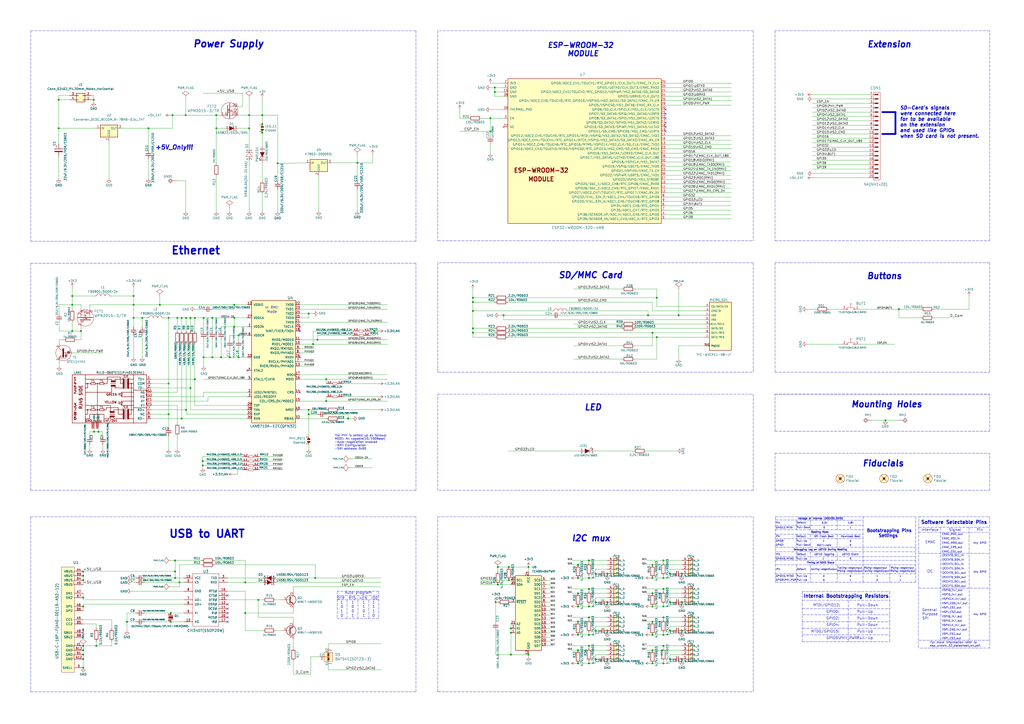
<source format=kicad_sch>
(kicad_sch (version 20211123) (generator eeschema)
  (paper "A2")
  (title_block (title "ESP32-DEVKIT-L") (date "2023-03-04") (rev "0") (company "HASATIO"))
  (junction (at 288.798 339.09))
  (junction (at 207.264 94.488))
  (junction (at 335.28 360.68))
  (junction (at 97.79 222.504))
  (junction (at 335.28 327.6303))
  (junction (at 378.46 368.3))
  (junction (at 384.81 374.65))
  (junction (at 217.17 192.024))
  (junction (at 189.23 232.664))
  (junction (at 352.298 365.76))
  (junction (at 48.26 387.35))
  (junction (at 77.47 176.784))
  (junction (at 77.47 184.404))
  (junction (at 378.46 327.66))
  (junction (at 381 172.72))
  (junction (at 101.6 335.28))
  (junction (at 513.588 243.84))
  (junction (at 92.71 176.784))
  (junction (at 133.35 207.264))
  (junction (at 345.44 365.76))
  (junction (at 105.41 184.404))
  (junction (at 341.63 351.79))
  (junction (at 381 195.58))
  (junction (at 46.99 192.024))
  (junction (at 341.63 325.12))
  (junction (at 284.48 76.2))
  (junction (at 179.07 181.864))
  (junction (at 378.46 360.68))
  (junction (at 378.46 384.81))
  (junction (at 341.63 374.65))
  (junction (at 101.6 325.12))
  (junction (at 99.06 355.6))
  (junction (at 135.89 189.484))
  (junction (at 41.91 171.704))
  (junction (at 138.43 194.564))
  (junction (at 179.07 237.744))
  (junction (at 123.19 207.264))
  (junction (at 138.43 207.264))
  (junction (at 189.23 219.964))
  (junction (at 395.478 332.74))
  (junction (at 384.81 325.12))
  (junction (at 48.26 374.65))
  (junction (at 97.79 240.284))
  (junction (at 117.602 270.002))
  (junction (at 152.146 66.802))
  (junction (at 335.28 344.17))
  (junction (at 118.11 184.404))
  (junction (at 284.48 68.58))
  (junction (at 287.528 349.25))
  (junction (at 378.46 193.04))
  (junction (at 335.28 351.79))
  (junction (at 375.92 182.88))
  (junction (at 341.63 341.63))
  (junction (at 113.03 219.964))
  (junction (at 161.036 94.742))
  (junction (at 395.478 365.76))
  (junction (at 142.24 355.6))
  (junction (at 352.298 382.27))
  (junction (at 135.89 184.404))
  (junction (at 113.03 184.404))
  (junction (at 48.26 379.73))
  (junction (at 152.146 71.882))
  (junction (at 274.32 180.34))
  (junction (at 395.478 349.25))
  (junction (at 86.106 74.422))
  (junction (at 48.26 382.27))
  (junction (at 57.15 250.444))
  (junction (at 82.55 184.404))
  (junction (at 41.91 176.784))
  (junction (at 55.88 374.65))
  (junction (at 335.28 377.19))
  (junction (at 378.46 335.28))
  (junction (at 345.44 332.74))
  (junction (at 41.91 192.024))
  (junction (at 48.26 336.55))
  (junction (at 110.49 184.404))
  (junction (at 388.62 365.76))
  (junction (at 179.07 240.284))
  (junction (at 384.81 351.79))
  (junction (at 378.46 377.19))
  (junction (at 48.26 346.71))
  (junction (at 341.63 335.28))
  (junction (at 341.63 368.3))
  (junction (at 104.14 337.82))
  (junction (at 384.81 335.28))
  (junction (at 335.28 384.81))
  (junction (at 184.15 197.104))
  (junction (at 54.356 57.912))
  (junction (at 48.26 377.19))
  (junction (at 181.61 199.644))
  (junction (at 149.86 347.98))
  (junction (at 54.61 250.444))
  (junction (at 335.28 368.3))
  (junction (at 341.63 358.14))
  (junction (at 97.79 184.404))
  (junction (at 201.93 242.824))
  (junction (at 388.62 349.25))
  (junction (at 352.298 332.74))
  (junction (at 274.32 175.26))
  (junction (at 288.798 328.93))
  (junction (at 123.19 184.404))
  (junction (at 274.32 172.72))
  (junction (at 48.26 331.47))
  (junction (at 118.11 207.264))
  (junction (at 107.95 184.404))
  (junction (at 341.63 384.81))
  (junction (at 306.578 328.93))
  (junction (at 73.66 360.68))
  (junction (at 107.95 237.744))
  (junction (at 335.28 335.28))
  (junction (at 48.26 334.01))
  (junction (at 345.44 349.25))
  (junction (at 384.81 358.14))
  (junction (at 384.81 384.81))
  (junction (at 110.49 225.044))
  (junction (at 101.6 331.47))
  (junction (at 292.1 182.88))
  (junction (at 125.476 66.802))
  (junction (at 388.62 332.74))
  (junction (at 378.46 351.79))
  (junction (at 296.418 379.73))
  (junction (at 274.32 193.04))
  (junction (at 395.478 382.27))
  (junction (at 521.462 179.324))
  (junction (at 378.46 344.17))
  (junction (at 105.41 242.824))
  (junction (at 48.26 351.79))
  (junction (at 274.32 190.5))
  (junction (at 182.88 335.28))
  (junction (at 384.81 368.3))
  (junction (at 295.148 336.55))
  (junction (at 99.06 360.68))
  (junction (at 135.89 176.784))
  (junction (at 287.02 50.8))
  (junction (at 107.696 66.802))
  (junction (at 352.298 349.25))
  (junction (at 117.602 267.462))
  (junction (at 128.27 207.264))
  (junction (at 142.24 337.82))
  (junction (at 77.47 171.704))
  (junction (at 295.148 328.93))
  (junction (at 102.87 184.404))
  (junction (at 287.02 53.34))
  (junction (at 296.418 364.49))
  (junction (at 144.526 74.422))
  (junction (at 345.44 382.27))
  (junction (at 144.526 66.802))
  (junction (at 306.578 379.73))
  (junction (at 34.036 57.912))
  (junction (at 335.28 327.66))
  (junction (at 384.81 341.63))
  (junction (at 393.7 182.88))
  (junction (at 152.146 76.962))
  (junction (at 34.036 74.422))
  (junction (at 388.62 382.27))
  (junction (at 125.476 74.422))
  (junction (at 100.076 66.802))
  (junction (at 296.418 367.03))
  (no_connect (at 132.08 355.6))
  (no_connect (at 173.99 227.584))
  (no_connect (at 143.51 214.884))
  (no_connect (at 386.08 63.5))
  (no_connect (at 132.08 350.52))
  (no_connect (at 173.99 207.264))
  (no_connect (at 386.08 66.04))
  (no_connect (at 386.08 71.12))
  (no_connect (at 386.08 73.66))
  (no_connect (at 386.08 76.2))
  (no_connect (at 132.08 358.14))
  (no_connect (at 132.08 360.68))
  (no_connect (at 132.08 353.06))
  (no_connect (at 173.99 189.484))
  (no_connect (at 173.99 192.024))
  (no_connect (at 386.08 68.58))
  (no_connect (at 132.08 345.44))
  (wire (pts (xy 341.63 358.14) (xy 341.63 359.41)))
  (wire (pts (xy 55.88 361.95) (xy 55.88 364.49)))
  (polyline (pts (xy 449.834 299.72) (xy 531.114 299.72)))
  (wire (pts (xy 173.99 217.424) (xy 224.79 217.424)))
  (wire (pts (xy 143.51 227.584) (xy 118.11 227.584)))
  (wire (pts (xy 135.89 179.324) (xy 135.89 176.784)))
  (wire (pts (xy 287.528 349.25) (xy 288.798 349.25)))
  (wire (pts (xy 294.64 190.5) (xy 360.68 190.5)))
  (wire (pts (xy 341.63 374.65) (xy 341.63 375.92)))
  (polyline (pts (xy 574.04 152.4) (xy 449.58 152.4)))
  (wire (pts (xy 100.076 66.802) (xy 107.696 66.802)))
  (wire (pts (xy 46.99 176.784) (xy 41.91 176.784)))
  (wire (pts (xy 105.41 192.024) (xy 105.41 184.404)))
  (polyline (pts (xy 470.154 327.66) (xy 470.154 337.82)))
  (wire (pts (xy 64.77 359.41) (xy 64.77 364.49)))
  (wire (pts (xy 48.26 350.52) (xy 48.26 351.79)))
  (wire (pts (xy 381 167.64) (xy 368.3 167.64)))
  (wire (pts (xy 334.01 368.3) (xy 335.28 368.3)))
  (wire (pts (xy 190.5 388.62) (xy 220.98 388.62)))
  (wire (pts (xy 319.278 367.03) (xy 316.738 367.03)))
  (wire (pts (xy 59.69 258.064) (xy 59.69 260.604)))
  (polyline (pts (xy 574.167 299.72) (xy 574.167 375.92)))
  (wire (pts (xy 541.782 184.404) (xy 550.926 184.404)))
  (polyline (pts (xy 219.71 342.9) (xy 195.58 342.9)))
  (wire (pts (xy 138.43 194.564) (xy 143.51 194.564)))
  (wire (pts (xy 386.08 116.84) (xy 424.18 116.84)))
  (wire (pts (xy 118.11 207.264) (xy 118.11 212.344)))
  (polyline (pts (xy 254 228.6) (xy 436.88 228.6)))
  (wire (pts (xy 384.81 374.65) (xy 395.478 374.65)))
  (wire (pts (xy 173.99 219.964) (xy 189.23 219.964)))
  (polyline (pts (xy 436.88 228.6) (xy 436.88 284.48)))
  (wire (pts (xy 316.738 354.33) (xy 319.278 354.33)))
  (wire (pts (xy 388.62 332.74) (xy 388.62 330.2)))
  (wire (pts (xy 378.46 344.17) (xy 395.478 344.17)))
  (wire (pts (xy 160.02 347.98) (xy 162.56 347.98)))
  (wire (pts (xy 274.32 167.64) (xy 274.32 172.72)))
  (wire (pts (xy 386.08 109.22) (xy 424.18 109.22)))
  (wire (pts (xy 352.298 334.01) (xy 352.298 332.74)))
  (wire (pts (xy 86.106 74.422) (xy 86.106 87.122)))
  (polyline (pts (xy 254 152.4) (xy 254 215.9)))
  (wire (pts (xy 54.356 57.912) (xy 54.356 59.182)))
  (wire (pts (xy 149.86 347.98) (xy 152.4 347.98)))
  (wire (pts (xy 388.62 349.25) (xy 388.62 351.79)))
  (wire (pts (xy 274.32 175.26) (xy 287.02 175.26)))
  (wire (pts (xy 97.79 240.284) (xy 87.63 240.284)))
  (wire (pts (xy 294.64 175.26) (xy 378.46 175.26)))
  (wire (pts (xy 335.28 327.66) (xy 352.298 327.66)))
  (wire (pts (xy 34.036 55.372) (xy 34.036 57.912)))
  (wire (pts (xy 345.44 332.74) (xy 345.44 330.2)))
  (wire (pts (xy 135.89 184.404) (xy 143.51 184.404)))
  (polyline (pts (xy 532.892 308.864) (xy 574.167 308.864)))
  (polyline (pts (xy 562.102 305.816) (xy 562.229 371.348)))
  (wire (pts (xy 46.99 197.104) (xy 44.45 197.104)))
  (wire (pts (xy 345.44 365.76) (xy 345.44 363.22)))
  (wire (pts (xy 388.62 382.27) (xy 390.398 382.27)))
  (wire (pts (xy 393.7 182.88) (xy 408.94 182.88)))
  (wire (pts (xy 284.48 78.74) (xy 284.48 76.2)))
  (wire (pts (xy 274.32 190.5) (xy 274.32 193.04)))
  (wire (pts (xy 203.2 271.272) (xy 215.9 271.272)))
  (wire (pts (xy 184.15 194.564) (xy 184.15 197.104)))
  (polyline (pts (xy 213.995 347.98) (xy 213.995 358.775)))
  (wire (pts (xy 284.48 83.82) (xy 284.48 88.9)))
  (wire (pts (xy 52.07 176.784) (xy 77.47 176.784)))
  (wire (pts (xy 97.79 184.404) (xy 102.87 184.404)))
  (wire (pts (xy 83.82 337.82) (xy 104.14 337.82)))
  (wire (pts (xy 102.87 252.984) (xy 102.87 260.604)))
  (polyline (pts (xy 449.834 337.82) (xy 531.114 337.82)))
  (polyline (pts (xy 449.58 215.9) (xy 574.04 215.9)))
  (wire (pts (xy 214.63 192.024) (xy 217.17 192.024)))
  (wire (pts (xy 105.41 184.404) (xy 107.95 184.404)))
  (wire (pts (xy 504.19 72.644) (xy 471.17 72.644)))
  (wire (pts (xy 82.55 194.564) (xy 82.55 207.264)))
  (wire (pts (xy 386.08 99.06) (xy 424.18 99.06)))
  (wire (pts (xy 77.47 176.784) (xy 92.71 176.784)))
  (wire (pts (xy 77.47 194.564) (xy 77.47 207.264)))
  (wire (pts (xy 101.6 331.47) (xy 101.6 335.28)))
  (polyline (pts (xy 465.328 343.154) (xy 516.128 343.154)))
  (wire (pts (xy 375.158 344.17) (xy 378.46 344.17)))
  (wire (pts (xy 341.63 358.14) (xy 352.298 358.14)))
  (wire (pts (xy 331.978 377.19) (xy 335.28 377.19)))
  (wire (pts (xy 189.23 240.284) (xy 201.93 240.284)))
  (polyline (pts (xy 500.634 337.82) (xy 500.634 299.72)))
  (wire (pts (xy 107.95 199.644) (xy 107.95 237.744)))
  (polyline (pts (xy 532.892 321.056) (xy 574.167 321.056)))
  (wire (pts (xy 296.418 364.49) (xy 296.418 367.03)))
  (polyline (pts (xy 17.78 17.78) (xy 241.3 17.78)))
  (wire (pts (xy 386.08 121.92) (xy 424.18 121.92)))
  (wire (pts (xy 190.5 373.38) (xy 220.98 373.38)))
  (polyline (pts (xy 449.834 309.88) (xy 500.634 309.88)))
  (wire (pts (xy 345.44 351.79) (xy 345.44 349.25)))
  (wire (pts (xy 386.08 106.68) (xy 424.18 106.68)))
  (polyline (pts (xy 511.81 65.024) (xy 519.43 65.024)) (stroke (width 1.016) (type solid)))
  (polyline (pts (xy 462.026 309.88) (xy 462.026 317.5)))
  (wire (pts (xy 287.528 349.25) (xy 287.528 360.68)))
  (wire (pts (xy 274.32 172.72) (xy 274.32 175.26)))
  (wire (pts (xy 341.63 384.81) (xy 345.44 384.81)))
  (wire (pts (xy 54.356 57.912) (xy 54.356 55.372)))
  (wire (pts (xy 384.81 326.39) (xy 384.81 325.12)))
  (wire (pts (xy 505.968 243.84) (xy 513.588 243.84)))
  (wire (pts (xy 180.34 391.16) (xy 180.34 381)))
  (wire (pts (xy 87.63 227.584) (xy 102.87 227.584)))
  (wire (pts (xy 140.462 270.002) (xy 117.602 270.002)))
  (wire (pts (xy 386.08 50.8) (xy 424.18 50.8)))
  (polyline (pts (xy 254 284.48) (xy 254 228.6)))
  (wire (pts (xy 319.278 349.25) (xy 316.738 349.25)))
  (wire (pts (xy 386.08 119.38) (xy 424.18 119.38)))
  (wire (pts (xy 341.63 374.65) (xy 352.298 374.65)))
  (polyline (pts (xy 470.154 301.625) (xy 470.154 307.34)))
  (polyline (pts (xy 574.04 17.78) (xy 449.58 17.78)))
  (wire (pts (xy 378.46 335.28) (xy 384.81 335.28)))
  (polyline (pts (xy 449.834 304.8) (xy 500.634 304.8)))
  (wire (pts (xy 335.28 351.79) (xy 341.63 351.79)))
  (polyline (pts (xy 574.04 215.9) (xy 574.04 152.4)))
  (wire (pts (xy 160.02 335.28) (xy 182.88 335.28)))
  (wire (pts (xy 133.35 207.264) (xy 133.35 202.184)))
  (wire (pts (xy 360.68 167.64) (xy 332.74 167.64)))
  (wire (pts (xy 161.036 94.742) (xy 177.292 94.488)))
  (wire (pts (xy 341.63 368.3) (xy 341.63 367.03)))
  (wire (pts (xy 118.11 207.264) (xy 123.19 207.264)))
  (wire (pts (xy 375.158 341.63) (xy 384.81 341.63)))
  (wire (pts (xy 144.526 56.642) (xy 144.526 66.802)))
  (wire (pts (xy 77.47 176.784) (xy 77.47 184.404)))
  (wire (pts (xy 170.18 383.54) (xy 170.18 391.16)))
  (wire (pts (xy 106.68 350.52) (xy 48.26 350.52)))
  (wire (pts (xy 102.87 192.024) (xy 102.87 184.404)))
  (wire (pts (xy 562.102 179.324) (xy 562.102 171.704)))
  (wire (pts (xy 347.218 382.27) (xy 345.44 382.27)))
  (wire (pts (xy 41.91 186.944) (xy 41.91 192.024)))
  (polyline (pts (xy 574.04 139.7) (xy 574.04 17.78)))
  (wire (pts (xy 292.1 182.88) (xy 320.04 182.88)))
  (wire (pts (xy 386.08 124.46) (xy 424.18 124.46)))
  (wire (pts (xy 341.63 325.12) (xy 352.298 325.12)))
  (polyline (pts (xy 449.58 228.6) (xy 574.04 228.6)))
  (wire (pts (xy 117.602 270.002) (xy 117.602 271.526)))
  (wire (pts (xy 384.81 358.14) (xy 384.81 359.41)))
  (wire (pts (xy 78.74 360.68) (xy 73.66 360.68)))
  (wire (pts (xy 54.61 247.904) (xy 54.61 250.444)))
  (wire (pts (xy 378.46 368.3) (xy 384.81 368.3)))
  (wire (pts (xy 173.99 212.344) (xy 181.61 212.344)))
  (polyline (pts (xy 17.78 299.72) (xy 17.78 401.32)))
  (wire (pts (xy 341.63 325.12) (xy 341.63 326.39)))
  (wire (pts (xy 386.08 48.26) (xy 424.18 48.26)))
  (wire (pts (xy 34.29 192.024) (xy 41.91 192.024)))
  (wire (pts (xy 504.19 100.584) (xy 471.17 100.584)))
  (wire (pts (xy 196.85 242.824) (xy 201.93 242.824)))
  (wire (pts (xy 102.87 184.404) (xy 105.41 184.404)))
  (wire (pts (xy 207.264 109.728) (xy 207.264 122.428)))
  (wire (pts (xy 118.11 227.584) (xy 118.11 230.124)))
  (wire (pts (xy 386.08 60.96) (xy 424.18 60.96)))
  (polyline (pts (xy 532.765 375.92) (xy 532.892 299.72)))
  (wire (pts (xy 345.44 332.74) (xy 347.218 332.74)))
  (wire (pts (xy 335.28 377.19) (xy 352.298 377.19)))
  (wire (pts (xy 173.99 179.324) (xy 224.79 179.324)))
  (wire (pts (xy 201.93 240.284) (xy 201.93 242.824)))
  (wire (pts (xy 204.47 194.564) (xy 184.15 194.564)))
  (wire (pts (xy 179.07 240.284) (xy 184.15 240.284)))
  (wire (pts (xy 424.18 86.36) (xy 386.08 86.36)))
  (wire (pts (xy 345.44 363.22) (xy 352.298 363.22)))
  (wire (pts (xy 468.122 179.324) (xy 473.202 179.324)))
  (wire (pts (xy 295.148 336.55) (xy 296.418 336.55)))
  (polyline (pts (xy 436.88 401.32) (xy 436.88 299.72)))
  (wire (pts (xy 34.036 57.912) (xy 40.386 57.912)))
  (wire (pts (xy 319.278 359.41) (xy 316.738 359.41)))
  (polyline (pts (xy 17.78 299.72) (xy 241.3 299.72)))
  (polyline (pts (xy 519.43 65.024) (xy 519.43 77.724)) (stroke (width 1.016) (type solid)))
  (wire (pts (xy 132.08 342.9) (xy 142.24 342.9)))
  (wire (pts (xy 143.51 230.124) (xy 120.65 230.124)))
  (wire (pts (xy 107.95 237.744) (xy 107.95 240.284)))
  (wire (pts (xy 97.79 240.284) (xy 97.79 247.904)))
  (wire (pts (xy 48.26 334.01) (xy 48.26 336.55)))
  (polyline (pts (xy 485.648 327.66) (xy 485.648 337.82)))
  (wire (pts (xy 219.71 230.124) (xy 199.39 230.124)))
  (wire (pts (xy 384.81 368.3) (xy 384.81 367.03)))
  (wire (pts (xy 170.18 353.06) (xy 170.18 355.6)))
  (wire (pts (xy 83.82 360.68) (xy 99.06 360.68)))
  (wire (pts (xy 378.46 360.68) (xy 395.478 360.68)))
  (polyline (pts (xy 17.78 152.654) (xy 241.3 152.654)))
  (wire (pts (xy 41.91 204.724) (xy 59.69 204.724)))
  (wire (pts (xy 390.398 349.25) (xy 388.62 349.25)))
  (wire (pts (xy 77.47 166.624) (xy 77.47 171.704)))
  (wire (pts (xy 386.08 53.34) (xy 424.18 53.34)))
  (polyline (pts (xy 436.88 215.9) (xy 436.88 152.4)))
  (wire (pts (xy 274.32 180.34) (xy 274.32 190.5)))
  (wire (pts (xy 266.7 68.58) (xy 271.78 68.58)))
  (polyline (pts (xy 470.154 309.88) (xy 470.154 317.5)))
  (wire (pts (xy 219.71 237.744) (xy 196.85 237.744)))
  (wire (pts (xy 140.716 61.722) (xy 140.716 54.102)))
  (wire (pts (xy 341.63 335.28) (xy 345.44 335.28)))
  (wire (pts (xy 534.162 184.404) (xy 521.462 184.404)))
  (wire (pts (xy 101.6 335.28) (xy 106.68 335.28)))
  (wire (pts (xy 173.99 184.404) (xy 179.07 184.404)))
  (wire (pts (xy 48.26 351.79) (xy 48.26 354.33)))
  (wire (pts (xy 274.32 175.26) (xy 274.32 180.34)))
  (polyline (pts (xy 462.026 327.66) (xy 462.026 337.82)))
  (wire (pts (xy 152.146 122.682) (xy 152.146 112.522)))
  (wire (pts (xy 381 195.58) (xy 381 208.28)))
  (wire (pts (xy 384.81 341.63) (xy 384.81 342.9)))
  (wire (pts (xy 521.462 184.404) (xy 521.462 179.324)))
  (wire (pts (xy 384.81 335.28) (xy 388.62 335.28)))
  (wire (pts (xy 160.02 365.76) (xy 162.56 365.76)))
  (wire (pts (xy 117.602 267.462) (xy 117.602 270.002)))
  (wire (pts (xy 152.146 66.802) (xy 152.146 71.882)))
  (wire (pts (xy 107.696 122.682) (xy 107.696 104.902)))
  (wire (pts (xy 377.19 351.79) (xy 378.46 351.79)))
  (wire (pts (xy 480.822 179.324) (xy 488.442 179.324)))
  (wire (pts (xy 98.806 66.802) (xy 100.076 66.802)))
  (wire (pts (xy 386.08 101.6) (xy 424.18 101.6)))
  (wire (pts (xy 331.978 358.14) (xy 341.63 358.14)))
  (wire (pts (xy 105.41 199.644) (xy 105.41 242.824)))
  (wire (pts (xy 46.99 190.754) (xy 46.99 192.024)))
  (wire (pts (xy 377.19 384.81) (xy 378.46 384.81)))
  (wire (pts (xy 132.08 347.98) (xy 149.86 347.98)))
  (wire (pts (xy 41.91 166.624) (xy 41.91 171.704)))
  (wire (pts (xy 192.532 94.488) (xy 207.264 94.488)))
  (wire (pts (xy 375.158 327.66) (xy 378.46 327.66)))
  (wire (pts (xy 386.08 83.82) (xy 424.18 83.82)))
  (wire (pts (xy 118.11 179.324) (xy 113.03 179.324)))
  (wire (pts (xy 504.19 90.424) (xy 471.17 90.424)))
  (wire (pts (xy 135.382 275.082) (xy 137.922 275.082)))
  (polyline (pts (xy 470.154 320.04) (xy 470.154 325.12)))
  (wire (pts (xy 113.03 192.024) (xy 113.03 184.404)))
  (wire (pts (xy 97.79 222.504) (xy 97.79 240.284)))
  (wire (pts (xy 334.01 384.81) (xy 335.28 384.81)))
  (wire (pts (xy 99.06 325.12) (xy 101.6 325.12)))
  (wire (pts (xy 133.35 207.264) (xy 138.43 207.264)))
  (wire (pts (xy 214.63 194.564) (xy 217.17 194.564)))
  (wire (pts (xy 34.29 176.784) (xy 41.91 176.784)))
  (wire (pts (xy 113.03 219.964) (xy 113.03 235.204)))
  (wire (pts (xy 504.19 103.124) (xy 471.17 103.124)))
  (polyline (pts (xy 449.58 250.19) (xy 574.04 250.19)))
  (polyline (pts (xy 449.834 307.34) (xy 500.634 307.34)))
  (polyline (pts (xy 449.834 317.5) (xy 531.114 317.5)))
  (wire (pts (xy 170.18 370.84) (xy 170.18 375.92)))
  (wire (pts (xy 375.158 325.12) (xy 384.81 325.12)))
  (wire (pts (xy 504.19 57.404) (xy 471.17 57.404)))
  (wire (pts (xy 48.26 374.65) (xy 48.26 377.19)))
  (wire (pts (xy 395.478 383.54) (xy 395.478 382.27)))
  (wire (pts (xy 173.99 176.784) (xy 224.79 176.784)))
  (wire (pts (xy 140.462 264.922) (xy 117.602 264.922)))
  (wire (pts (xy 395.478 346.71) (xy 388.62 346.71)))
  (wire (pts (xy 504.19 92.964) (xy 471.17 92.964)))
  (wire (pts (xy 294.64 193.04) (xy 378.46 193.04)))
  (wire (pts (xy 34.036 90.932) (xy 34.036 103.632)))
  (polyline (pts (xy 574.294 375.92) (xy 533.019 375.92)))
  (wire (pts (xy 48.26 336.55) (xy 48.26 339.09)))
  (wire (pts (xy 48.26 374.65) (xy 55.88 374.65)))
  (wire (pts (xy 388.62 330.2) (xy 395.478 330.2)))
  (wire (pts (xy 296.418 361.95) (xy 296.418 364.49)))
  (polyline (pts (xy 219.71 358.775) (xy 195.58 358.775)))
  (wire (pts (xy 110.49 237.744) (xy 143.51 237.744)))
  (wire (pts (xy 278.638 336.55) (xy 295.148 336.55)))
  (wire (pts (xy 521.462 179.324) (xy 534.162 179.324)))
  (wire (pts (xy 319.278 364.49) (xy 316.738 364.49)))
  (wire (pts (xy 135.89 176.784) (xy 143.51 176.784)))
  (wire (pts (xy 144.526 66.802) (xy 152.146 66.802)))
  (wire (pts (xy 287.02 53.34) (xy 287.02 55.88)))
  (wire (pts (xy 130.556 74.422) (xy 125.476 74.422)))
  (wire (pts (xy 173.99 232.664) (xy 189.23 232.664)))
  (wire (pts (xy 341.63 341.63) (xy 352.298 341.63)))
  (wire (pts (xy 107.95 184.404) (xy 110.49 184.404)))
  (wire (pts (xy 105.41 242.824) (xy 143.51 242.824)))
  (wire (pts (xy 388.62 365.76) (xy 388.62 368.3)))
  (wire (pts (xy 386.08 78.74) (xy 424.18 78.74)))
  (wire (pts (xy 368.3 190.5) (xy 408.94 190.5)))
  (wire (pts (xy 378.46 200.66) (xy 368.3 200.66)))
  (wire (pts (xy 381 195.58) (xy 408.94 195.58)))
  (wire (pts (xy 204.47 192.024) (xy 181.61 192.024)))
  (wire (pts (xy 170.18 355.6) (xy 142.24 355.6)))
  (wire (pts (xy 52.07 250.444) (xy 54.61 250.444)))
  (wire (pts (xy 107.696 56.642) (xy 107.696 66.802)))
  (wire (pts (xy 107.95 192.024) (xy 107.95 184.404)))
  (wire (pts (xy 179.07 260.604) (xy 179.07 258.064)))
  (wire (pts (xy 288.798 331.47) (xy 288.798 328.93)))
  (wire (pts (xy 207.264 94.488) (xy 207.264 104.648)))
  (wire (pts (xy 388.62 335.28) (xy 388.62 332.74)))
  (wire (pts (xy 345.44 368.3) (xy 345.44 365.76)))
  (wire (pts (xy 140.462 267.462) (xy 117.602 267.462)))
  (wire (pts (xy 504.19 75.184) (xy 471.17 75.184)))
  (wire (pts (xy 190.5 373.38) (xy 190.5 375.92)))
  (wire (pts (xy 128.27 207.264) (xy 133.35 207.264)))
  (wire (pts (xy 135.89 189.484) (xy 143.51 189.484)))
  (wire (pts (xy 52.07 258.064) (xy 52.07 260.604)))
  (polyline (pts (xy 465.328 368.3) (xy 516.128 368.3)))
  (wire (pts (xy 123.19 184.404) (xy 135.89 184.404)))
  (wire (pts (xy 377.19 335.28) (xy 378.46 335.28)))
  (polyline (pts (xy 201.295 347.98) (xy 201.295 358.775)))
  (wire (pts (xy 284.48 76.2) (xy 266.7 76.2)))
  (wire (pts (xy 504.19 54.864) (xy 471.17 54.864)))
  (wire (pts (xy 216.154 94.488) (xy 216.154 89.408)))
  (wire (pts (xy 378.46 327.66) (xy 395.478 327.66)))
  (wire (pts (xy 123.19 192.024) (xy 123.19 184.404)))
  (wire (pts (xy 48.26 382.27) (xy 48.26 387.35)))
  (wire (pts (xy 41.91 176.784) (xy 41.91 179.324)))
  (wire (pts (xy 137.922 275.082) (xy 137.922 272.542)))
  (wire (pts (xy 170.18 340.36) (xy 220.98 340.36)))
  (wire (pts (xy 41.91 374.65) (xy 48.26 374.65)))
  (wire (pts (xy 375.158 358.14) (xy 384.81 358.14)))
  (wire (pts (xy 118.11 184.404) (xy 123.19 184.404)))
  (wire (pts (xy 330.2 180.34) (xy 375.92 180.34)))
  (wire (pts (xy 97.79 252.984) (xy 97.79 260.604)))
  (wire (pts (xy 388.62 379.73) (xy 388.62 382.27)))
  (wire (pts (xy 384.81 368.3) (xy 388.62 368.3)))
  (wire (pts (xy 132.08 337.82) (xy 142.24 337.82)))
  (polyline (pts (xy 465.328 372.237) (xy 516.128 372.237)))
  (wire (pts (xy 284.48 68.58) (xy 284.48 76.2)))
  (wire (pts (xy 161.036 66.802) (xy 161.036 94.742)))
  (wire (pts (xy 77.47 184.404) (xy 77.47 189.484)))
  (wire (pts (xy 521.208 243.84) (xy 513.588 243.84)))
  (wire (pts (xy 152.146 71.882) (xy 152.146 76.962)))
  (wire (pts (xy 55.88 372.11) (xy 55.88 374.65)))
  (wire (pts (xy 319.278 361.95) (xy 316.738 361.95)))
  (wire (pts (xy 173.99 202.184) (xy 181.61 202.184)))
  (wire (pts (xy 120.65 232.664) (xy 87.63 232.664)))
  (wire (pts (xy 125.476 66.802) (xy 125.476 74.422)))
  (wire (pts (xy 504.19 70.104) (xy 471.17 70.104)))
  (polyline (pts (xy 449.58 139.7) (xy 574.04 139.7)))
  (wire (pts (xy 101.6 325.12) (xy 116.84 325.12)))
  (wire (pts (xy 190.5 386.08) (xy 190.5 388.62)))
  (wire (pts (xy 378.46 351.79) (xy 384.81 351.79)))
  (wire (pts (xy 48.26 331.47) (xy 101.6 331.47)))
  (polyline (pts (xy 531.114 337.82) (xy 531.114 299.72)))
  (wire (pts (xy 34.29 212.344) (xy 34.29 209.804)))
  (wire (pts (xy 70.866 74.422) (xy 86.106 74.422)))
  (wire (pts (xy 319.278 341.63) (xy 316.738 341.63)))
  (wire (pts (xy 133.35 194.564) (xy 138.43 194.564)))
  (wire (pts (xy 138.176 74.422) (xy 144.526 74.422)))
  (wire (pts (xy 288.798 328.93) (xy 295.148 328.93)))
  (wire (pts (xy 144.526 66.802) (xy 144.526 74.422)))
  (polyline (pts (xy 449.58 228.6) (xy 574.04 228.6)))
  (wire (pts (xy 284.48 50.8) (xy 287.02 50.8)))
  (wire (pts (xy 395.478 350.52) (xy 395.478 349.25)))
  (wire (pts (xy 217.17 194.564) (xy 217.17 192.024)))
  (wire (pts (xy 388.62 365.76) (xy 390.398 365.76)))
  (wire (pts (xy 77.47 184.404) (xy 82.55 184.404)))
  (wire (pts (xy 118.11 230.124) (xy 87.63 230.124)))
  (wire (pts (xy 266.7 63.5) (xy 266.7 68.58)))
  (wire (pts (xy 381 172.72) (xy 294.64 172.72)))
  (wire (pts (xy 142.24 337.82) (xy 152.4 337.82)))
  (wire (pts (xy 41.91 171.704) (xy 41.91 176.784)))
  (wire (pts (xy 378.46 180.34) (xy 408.94 180.34)))
  (wire (pts (xy 104.14 340.36) (xy 104.14 337.82)))
  (wire (pts (xy 388.62 384.81) (xy 384.81 384.81)))
  (wire (pts (xy 184.15 197.104) (xy 224.79 197.104)))
  (polyline (pts (xy 449.834 327.66) (xy 531.114 327.66)))
  (wire (pts (xy 278.638 339.09) (xy 288.798 339.09)))
  (polyline (pts (xy 516.128 327.66) (xy 516.128 337.82)))
  (wire (pts (xy 150.622 270.002) (xy 163.322 270.002)))
  (polyline (pts (xy 516.128 343.154) (xy 516.128 372.364)))
  (wire (pts (xy 125.476 122.682) (xy 125.476 102.362)))
  (wire (pts (xy 393.7 167.64) (xy 393.7 182.88)))
  (polyline (pts (xy 219.71 342.9) (xy 219.71 358.775)))
  (wire (pts (xy 179.07 237.744) (xy 189.23 237.744)))
  (wire (pts (xy 471.17 85.344) (xy 504.19 85.344)))
  (polyline (pts (xy 449.834 320.04) (xy 531.114 320.04)))
  (wire (pts (xy 152.146 66.802) (xy 161.036 66.802)))
  (polyline (pts (xy 436.88 284.48) (xy 254 284.48)))
  (wire (pts (xy 160.02 337.82) (xy 220.98 337.82)))
  (wire (pts (xy 341.63 368.3) (xy 345.44 368.3)))
  (polyline (pts (xy 254 139.7) (xy 436.88 139.7)))
  (wire (pts (xy 352.298 367.03) (xy 352.298 365.76)))
  (wire (pts (xy 287.02 55.88) (xy 292.1 55.88)))
  (wire (pts (xy 375.92 182.88) (xy 393.7 182.88)))
  (polyline (pts (xy 465.328 360.68) (xy 516.128 360.68)))
  (polyline (pts (xy 449.58 17.78) (xy 449.58 139.7)))
  (polyline (pts (xy 449.834 301.625) (xy 500.634 301.752)))
  (wire (pts (xy 408.94 187.96) (xy 368.3 187.96)))
  (wire (pts (xy 367.284 261.62) (xy 345.694 261.62)))
  (wire (pts (xy 97.79 222.504) (xy 87.63 222.504)))
  (wire (pts (xy 181.61 199.644) (xy 224.79 199.644)))
  (wire (pts (xy 150.622 272.542) (xy 163.322 272.542)))
  (wire (pts (xy 345.44 379.73) (xy 345.44 382.27)))
  (wire (pts (xy 113.03 219.964) (xy 87.63 219.964)))
  (wire (pts (xy 378.46 175.26) (xy 378.46 180.34)))
  (wire (pts (xy 52.07 252.984) (xy 52.07 250.444)))
  (wire (pts (xy 138.43 207.264) (xy 143.51 207.264)))
  (polyline (pts (xy 241.3 17.78) (xy 241.3 139.954)))
  (wire (pts (xy 331.978 374.65) (xy 341.63 374.65)))
  (wire (pts (xy 123.19 207.264) (xy 128.27 207.264)))
  (wire (pts (xy 144.526 122.682) (xy 144.526 92.202)))
  (wire (pts (xy 504.19 82.804) (xy 471.17 82.804)))
  (wire (pts (xy 133.35 194.564) (xy 133.35 197.104)))
  (wire (pts (xy 378.46 377.19) (xy 395.478 377.19)))
  (polyline (pts (xy 241.3 401.32) (xy 241.3 299.72)))
  (wire (pts (xy 173.99 181.864) (xy 179.07 181.864)))
  (wire (pts (xy 99.06 340.36) (xy 104.14 340.36)))
  (polyline (pts (xy 254 401.32) (xy 436.88 401.32)))
  (polyline (pts (xy 195.58 342.9) (xy 195.58 358.775)))
  (wire (pts (xy 48.26 377.19) (xy 48.26 379.73)))
  (wire (pts (xy 375.158 360.68) (xy 378.46 360.68)))
  (wire (pts (xy 341.63 342.9) (xy 341.63 341.63)))
  (wire (pts (xy 341.63 384.81) (xy 341.63 383.54)))
  (wire (pts (xy 143.51 219.964) (xy 118.11 219.964)))
  (wire (pts (xy 149.86 358.14) (xy 149.86 347.98)))
  (polyline (pts (xy 449.58 284.48) (xy 449.58 262.89)))
  (wire (pts (xy 110.49 199.644) (xy 110.49 225.044)))
  (polyline (pts (xy 449.834 332.74) (xy 531.114 332.74)))
  (wire (pts (xy 386.08 114.3) (xy 424.18 114.3)))
  (wire (pts (xy 87.63 242.824) (xy 105.41 242.824)))
  (wire (pts (xy 504.19 65.024) (xy 471.17 65.024)))
  (wire (pts (xy 54.61 171.704) (xy 41.91 171.704)))
  (wire (pts (xy 116.84 327.66) (xy 104.14 327.66)))
  (wire (pts (xy 138.43 197.104) (xy 138.43 194.564)))
  (wire (pts (xy 173.99 204.724) (xy 181.61 204.724)))
  (wire (pts (xy 388.62 346.71) (xy 388.62 349.25)))
  (wire (pts (xy 207.264 89.408) (xy 207.264 94.488)))
  (wire (pts (xy 180.34 381) (xy 185.42 381)))
  (polyline (pts (xy 449.834 299.72) (xy 449.834 337.82)))
  (wire (pts (xy 375.92 180.34) (xy 375.92 182.88)))
  (polyline (pts (xy 485.648 325.12) (xy 485.648 320.04)))
  (wire (pts (xy 86.106 74.422) (xy 100.076 74.422)))
  (polyline (pts (xy 462.026 320.04) (xy 462.026 325.12)))
  (wire (pts (xy 319.278 346.71) (xy 316.738 346.71)))
  (wire (pts (xy 287.02 193.04) (xy 274.32 193.04)))
  (wire (pts (xy 189.23 222.504) (xy 189.23 219.964)))
  (polyline (pts (xy 254 215.9) (xy 436.88 215.9)))
  (wire (pts (xy 128.27 197.104) (xy 128.27 207.264)))
  (wire (pts (xy 140.716 54.102) (xy 117.856 54.102)))
  (wire (pts (xy 142.24 342.9) (xy 142.24 355.6)))
  (wire (pts (xy 40.386 55.372) (xy 34.036 55.372)))
  (wire (pts (xy 388.62 379.73) (xy 395.478 379.73)))
  (wire (pts (xy 48.26 379.73) (xy 48.26 382.27)))
  (wire (pts (xy 395.478 334.01) (xy 395.478 332.74)))
  (wire (pts (xy 504.19 67.564) (xy 471.17 67.564)))
  (wire (pts (xy 331.978 327.66) (xy 335.28 327.66)))
  (polyline (pts (xy 449.58 262.89) (xy 574.04 262.89)))
  (wire (pts (xy 150.622 264.922) (xy 163.322 264.922)))
  (wire (pts (xy 274.32 180.34) (xy 320.04 180.34)))
  (polyline (pts (xy 533.019 305.816) (xy 574.294 305.816)))
  (wire (pts (xy 292.1 185.42) (xy 292.1 182.88)))
  (wire (pts (xy 110.49 192.024) (xy 110.49 184.404)))
  (wire (pts (xy 83.82 355.6) (xy 99.06 355.6)))
  (wire (pts (xy 86.106 92.202) (xy 86.106 103.632)))
  (wire (pts (xy 107.95 237.744) (xy 87.63 237.744)))
  (wire (pts (xy 284.48 68.58) (xy 292.1 68.58)))
  (wire (pts (xy 384.81 351.79) (xy 384.81 350.52)))
  (wire (pts (xy 152.146 94.742) (xy 152.146 104.902)))
  (wire (pts (xy 345.44 330.2) (xy 352.298 330.2)))
  (wire (pts (xy 99.06 355.6) (xy 106.68 355.6)))
  (polyline (pts (xy 254 299.72) (xy 436.88 299.72)))
  (polyline (pts (xy 449.58 250.19) (xy 449.58 228.6)))
  (wire (pts (xy 110.49 225.044) (xy 87.63 225.044)))
  (wire (pts (xy 137.922 272.542) (xy 140.462 272.542)))
  (wire (pts (xy 95.25 184.404) (xy 97.79 184.404)))
  (wire (pts (xy 64.77 372.11) (xy 64.77 374.65)))
  (wire (pts (xy 360.68 208.28) (xy 332.74 208.28)))
  (wire (pts (xy 125.476 74.422) (xy 125.476 94.742)))
  (polyline (pts (xy 462.026 301.625) (xy 462.026 307.34)))
  (wire (pts (xy 144.526 74.422) (xy 144.526 87.122)))
  (wire (pts (xy 319.278 336.55) (xy 316.738 336.55)))
  (wire (pts (xy 331.978 341.63) (xy 341.63 341.63)))
  (wire (pts (xy 48.26 347.98) (xy 106.68 347.98)))
  (polyline (pts (xy 17.78 152.654) (xy 17.78 284.48)))
  (wire (pts (xy 306.578 379.73) (xy 306.578 381)))
  (wire (pts (xy 541.782 179.324) (xy 562.102 179.324)))
  (wire (pts (xy 335.28 335.28) (xy 341.63 335.28)))
  (wire (pts (xy 152.146 76.962) (xy 152.146 84.582)))
  (wire (pts (xy 219.71 222.504) (xy 199.39 222.504)))
  (wire (pts (xy 34.036 74.422) (xy 34.036 83.312)))
  (wire (pts (xy 498.602 179.324) (xy 521.462 179.324)))
  (wire (pts (xy 48.26 344.17) (xy 48.26 346.71)))
  (wire (pts (xy 335.28 368.3) (xy 341.63 368.3)))
  (wire (pts (xy 161.036 94.742) (xy 161.036 104.902)))
  (polyline (pts (xy 465.582 356.616) (xy 516.128 356.616)))
  (wire (pts (xy 384.81 335.28) (xy 384.81 334.01)))
  (wire (pts (xy 82.55 189.484) (xy 82.55 184.404)))
  (wire (pts (xy 386.08 127) (xy 424.18 127)))
  (wire (pts (xy 78.74 355.6) (xy 73.66 355.6)))
  (polyline (pts (xy 436.88 17.78) (xy 436.88 139.7)))
  (polyline (pts (xy 17.78 139.954) (xy 241.3 139.954)))
  (wire (pts (xy 295.148 328.93) (xy 306.578 328.93)))
  (wire (pts (xy 77.47 171.704) (xy 77.47 176.784)))
  (polyline (pts (xy 207.645 347.98) (xy 207.645 358.775)))
  (wire (pts (xy 83.82 335.28) (xy 101.6 335.28)))
  (wire (pts (xy 59.69 250.444) (xy 59.69 252.984)))
  (wire (pts (xy 279.4 68.58) (xy 284.48 68.58)))
  (wire (pts (xy 34.29 181.864) (xy 34.29 176.784)))
  (wire (pts (xy 319.278 374.65) (xy 316.738 374.65)))
  (wire (pts (xy 335.28 327.66) (xy 335.28 327.6303)))
  (wire (pts (xy 504.19 59.944) (xy 471.17 59.944)))
  (wire (pts (xy 107.95 240.284) (xy 143.51 240.284)))
  (polyline (pts (xy 465.328 353.06) (xy 516.128 353.06)))
  (wire (pts (xy 113.03 184.404) (xy 118.11 184.404)))
  (wire (pts (xy 152.146 56.642) (xy 152.146 66.802)))
  (wire (pts (xy 381 172.72) (xy 381 167.64)))
  (wire (pts (xy 101.6 325.12) (xy 101.6 331.47)))
  (wire (pts (xy 181.61 192.024) (xy 181.61 199.644)))
  (wire (pts (xy 289.56 182.88) (xy 292.1 182.88)))
  (wire (pts (xy 113.03 235.204) (xy 143.51 235.204)))
  (wire (pts (xy 124.46 327.66) (xy 182.88 327.66)))
  (polyline (pts (xy 465.328 348.234) (xy 516.128 348.234)))
  (wire (pts (xy 41.91 192.024) (xy 46.99 192.024)))
  (wire (pts (xy 48.26 331.47) (xy 48.26 334.01)))
  (polyline (pts (xy 195.58 347.98) (xy 219.71 347.98)))
  (wire (pts (xy 173.99 197.104) (xy 184.15 197.104)))
  (polyline (pts (xy 449.834 322.834) (xy 531.114 322.834)))
  (wire (pts (xy 384.81 374.65) (xy 384.81 375.92)))
  (wire (pts (xy 287.528 365.76) (xy 287.528 379.73)))
  (wire (pts (xy 118.11 197.104) (xy 118.11 207.264)))
  (wire (pts (xy 325.12 182.88) (xy 375.92 182.88)))
  (wire (pts (xy 73.66 355.6) (xy 73.66 360.68)))
  (wire (pts (xy 384.81 325.12) (xy 395.478 325.12)))
  (wire (pts (xy 274.32 195.58) (xy 287.02 195.58)))
  (wire (pts (xy 287.02 50.8) (xy 287.02 53.34)))
  (wire (pts (xy 170.18 358.14) (xy 149.86 358.14)))
  (wire (pts (xy 341.63 334.01) (xy 341.63 335.28)))
  (wire (pts (xy 386.08 111.76) (xy 424.18 111.76)))
  (wire (pts (xy 120.65 230.124) (xy 120.65 232.664)))
  (wire (pts (xy 138.176 66.802) (xy 144.526 66.802)))
  (wire (pts (xy 34.036 57.912) (xy 34.036 74.422)))
  (wire (pts (xy 92.71 171.704) (xy 92.71 176.784)))
  (wire (pts (xy 386.08 104.14) (xy 424.18 104.14)))
  (wire (pts (xy 125.476 66.802) (xy 126.746 66.802)))
  (wire (pts (xy 341.63 351.79) (xy 341.63 350.52)))
  (wire (pts (xy 64.77 374.65) (xy 55.88 374.65)))
  (wire (pts (xy 173.99 186.944) (xy 224.79 186.944)))
  (wire (pts (xy 395.478 367.03) (xy 395.478 365.76)))
  (wire (pts (xy 142.24 325.12) (xy 142.24 337.82)))
  (wire (pts (xy 170.18 360.68) (xy 170.18 358.14)))
  (wire (pts (xy 284.48 48.26) (xy 292.1 48.26)))
  (wire (pts (xy 123.19 197.104) (xy 123.19 207.264)))
  (wire (pts (xy 34.036 74.422) (xy 55.626 74.422)))
  (wire (pts (xy 319.278 351.79) (xy 316.738 351.79)))
  (polyline (pts (xy 449.834 312.42) (xy 500.634 312.42)))
  (wire (pts (xy 378.46 193.04) (xy 378.46 200.66)))
  (wire (pts (xy 78.74 337.82) (xy 76.2 337.82)))
  (polyline (pts (xy 545.592 305.816) (xy 545.719 371.348)))
  (polyline (pts (xy 449.58 152.4) (xy 449.58 215.9)))
  (wire (pts (xy 518.922 199.644) (xy 498.602 199.644)))
  (wire (pts (xy 468.122 199.644) (xy 488.442 199.644)))
  (polyline (pts (xy 449.834 325.12) (xy 531.114 325.12)))
  (wire (pts (xy 360.68 187.96) (xy 332.74 187.96)))
  (wire (pts (xy 335.534 261.62) (xy 294.894 261.62)))
  (wire (pts (xy 73.66 360.68) (xy 73.66 365.76)))
  (wire (pts (xy 375.158 377.19) (xy 378.46 377.19)))
  (wire (pts (xy 34.29 186.944) (xy 34.29 192.024)))
  (wire (pts (xy 203.2 266.192) (xy 215.9 266.192)))
  (wire (pts (xy 54.61 250.444) (xy 57.15 250.444)))
  (wire (pts (xy 386.08 58.42) (xy 424.18 58.42)))
  (wire (pts (xy 316.738 372.11) (xy 319.278 372.11)))
  (wire (pts (xy 345.44 346.71) (xy 345.44 349.25)))
  (wire (pts (xy 128.27 189.484) (xy 135.89 189.484)))
  (wire (pts (xy 384.81 384.81) (xy 384.81 383.54)))
  (wire (pts (xy 102.87 245.364) (xy 102.87 235.204)))
  (wire (pts (xy 99.06 360.68) (xy 106.68 360.68)))
  (wire (pts (xy 335.28 384.81) (xy 341.63 384.81)))
  (wire (pts (xy 334.01 335.28) (xy 335.28 335.28)))
  (wire (pts (xy 48.26 361.95) (xy 55.88 361.95)))
  (polyline (pts (xy 241.3 284.48) (xy 241.3 152.654)))
  (polyline (pts (xy 195.58 345.44) (xy 219.71 345.44)))
  (wire (pts (xy 388.62 363.22) (xy 395.478 363.22)))
  (wire (pts (xy 334.01 351.79) (xy 335.28 351.79)))
  (wire (pts (xy 135.89 184.404) (xy 135.89 189.484)))
  (wire (pts (xy 64.77 171.704) (xy 77.47 171.704)))
  (wire (pts (xy 52.07 179.324) (xy 52.07 176.784)))
  (wire (pts (xy 319.278 339.09) (xy 316.738 339.09)))
  (polyline (pts (xy 17.78 284.48) (xy 241.3 284.48)))
  (polyline (pts (xy 519.43 77.724) (xy 511.81 77.724)) (stroke (width 1.016) (type solid)))
  (wire (pts (xy 78.74 335.28) (xy 76.2 335.28)))
  (wire (pts (xy 292.1 53.34) (xy 287.02 53.34)))
  (wire (pts (xy 184.912 102.108) (xy 184.912 122.428)))
  (polyline (pts (xy 436.88 17.78) (xy 254 17.78)))
  (wire (pts (xy 504.19 80.264) (xy 471.17 80.264)))
  (wire (pts (xy 54.356 55.372) (xy 53.086 55.372)))
  (wire (pts (xy 386.08 96.52) (xy 424.18 96.52)))
  (wire (pts (xy 386.08 93.98) (xy 424.18 93.98)))
  (polyline (pts (xy 574.04 250.19) (xy 574.04 228.6)))
  (wire (pts (xy 378.46 384.81) (xy 384.81 384.81)))
  (wire (pts (xy 408.94 185.42) (xy 292.1 185.42)))
  (polyline (pts (xy 533.019 341.122) (xy 574.294 341.122)))
  (wire (pts (xy 287.02 50.8) (xy 292.1 50.8)))
  (wire (pts (xy 132.08 335.28) (xy 152.4 335.28)))
  (wire (pts (xy 53.086 57.912) (xy 54.356 57.912)))
  (wire (pts (xy 319.278 356.87) (xy 316.738 356.87)))
  (wire (pts (xy 296.418 379.73) (xy 306.578 379.73)))
  (wire (pts (xy 288.798 339.09) (xy 296.418 339.09)))
  (polyline (pts (xy 491.998 348.234) (xy 491.998 372.364)))
  (wire (pts (xy 386.08 55.88) (xy 424.18 55.88)))
  (wire (pts (xy 386.08 81.28) (xy 424.18 81.28)))
  (wire (pts (xy 189.23 219.964) (xy 224.79 219.964)))
  (wire (pts (xy 173.99 209.804) (xy 181.61 209.804)))
  (wire (pts (xy 274.32 193.04) (xy 274.32 195.58)))
  (wire (pts (xy 384.81 341.63) (xy 395.478 341.63)))
  (wire (pts (xy 287.528 379.73) (xy 296.418 379.73)))
  (wire (pts (xy 57.15 247.904) (xy 57.15 250.444)))
  (wire (pts (xy 393.7 208.28) (xy 393.7 200.66)))
  (wire (pts (xy 388.62 332.74) (xy 390.398 332.74)))
  (wire (pts (xy 170.18 342.9) (xy 170.18 340.36)))
  (wire (pts (xy 347.218 349.25) (xy 345.44 349.25)))
  (wire (pts (xy 331.978 344.17) (xy 335.28 344.17)))
  (wire (pts (xy 331.978 325.12) (xy 341.63 325.12)))
  (wire (pts (xy 113.03 199.644) (xy 113.03 219.964)))
  (wire (pts (xy 504.19 77.724) (xy 471.17 77.724)))
  (wire (pts (xy 504.19 62.484) (xy 471.17 62.484)))
  (wire (pts (xy 82.55 184.404) (xy 85.09 184.404)))
  (wire (pts (xy 150.622 267.462) (xy 163.322 267.462)))
  (wire (pts (xy 133.096 122.682) (xy 133.096 120.142)))
  (wire (pts (xy 57.15 250.444) (xy 59.69 250.444)))
  (wire (pts (xy 388.62 363.22) (xy 388.62 365.76)))
  (polyline (pts (xy 465.328 343.154) (xy 465.328 372.364)))
  (wire (pts (xy 408.94 177.8) (xy 381 177.8)))
  (wire (pts (xy 384.81 351.79) (xy 388.62 351.79)))
  (wire (pts (xy 48.26 346.71) (xy 48.26 347.98)))
  (wire (pts (xy 345.44 379.73) (xy 352.298 379.73)))
  (wire (pts (xy 182.88 335.28) (xy 220.98 335.28)))
  (wire (pts (xy 118.11 192.024) (xy 118.11 184.404)))
  (wire (pts (xy 345.44 335.28) (xy 345.44 332.74)))
  (wire (pts (xy 48.26 359.41) (xy 64.77 359.41)))
  (wire (pts (xy 335.28 344.17) (xy 352.298 344.17)))
  (wire (pts (xy 182.88 327.66) (xy 182.88 335.28)))
  (wire (pts (xy 76.2 342.9) (xy 106.68 342.9)))
  (wire (pts (xy 386.08 91.44) (xy 424.18 91.44)))
  (wire (pts (xy 319.278 344.17) (xy 316.738 344.17)))
  (wire (pts (xy 345.44 346.71) (xy 352.298 346.71)))
  (wire (pts (xy 384.81 358.14) (xy 395.478 358.14)))
  (wire (pts (xy 331.978 360.68) (xy 335.28 360.68)))
  (polyline (pts (xy 533.019 371.348) (xy 574.294 371.348)))
  (wire (pts (xy 381 177.8) (xy 381 172.72)))
  (wire (pts (xy 381 208.28) (xy 368.3 208.28)))
  (wire (pts (xy 274.32 190.5) (xy 287.02 190.5)))
  (wire (pts (xy 140.716 61.722) (xy 138.176 61.722)))
  (wire (pts (xy 104.14 327.66) (xy 104.14 337.82)))
  (polyline (pts (xy 436.88 152.4) (xy 254 152.4)))
  (wire (pts (xy 393.7 200.66) (xy 408.94 200.66)))
  (wire (pts (xy 345.44 365.76) (xy 347.218 365.76)))
  (wire (pts (xy 179.07 181.864) (xy 181.61 181.864)))
  (wire (pts (xy 124.46 325.12) (xy 142.24 325.12)))
  (wire (pts (xy 161.036 109.982) (xy 161.036 122.682)))
  (wire (pts (xy 378.46 193.04) (xy 408.94 193.04)))
  (wire (pts (xy 107.696 104.902) (xy 102.616 104.902)))
  (wire (pts (xy 110.49 225.044) (xy 110.49 237.744)))
  (wire (pts (xy 107.696 66.802) (xy 125.476 66.802)))
  (wire (pts (xy 201.93 242.824) (xy 204.47 242.824)))
  (wire (pts (xy 173.99 237.744) (xy 179.07 237.744)))
  (wire (pts (xy 138.43 207.264) (xy 138.43 202.184)))
  (wire (pts (xy 345.44 382.27) (xy 345.44 384.81)))
  (wire (pts (xy 110.49 184.404) (xy 113.03 184.404)))
  (wire (pts (xy 34.29 197.104) (xy 34.29 199.644)))
  (wire (pts (xy 46.99 192.024) (xy 46.99 197.104)))
  (wire (pts (xy 142.24 365.76) (xy 152.4 365.76)))
  (wire (pts (xy 189.23 230.124) (xy 189.23 232.664)))
  (polyline (pts (xy 485.648 301.625) (xy 485.648 307.34)))
  (polyline (pts (xy 254 401.32) (xy 254 299.72)))
  (wire (pts (xy 386.08 88.9) (xy 424.18 88.9)))
  (wire (pts (xy 374.904 261.62) (xy 392.684 261.62)))
  (wire (pts (xy 207.264 94.488) (xy 216.154 94.488)))
  (wire (pts (xy 97.79 184.404) (xy 97.79 222.504)))
  (wire (pts (xy 352.298 383.54) (xy 352.298 382.27)))
  (wire (pts (xy 319.278 369.57) (xy 316.738 369.57)))
  (polyline (pts (xy 449.58 284.48) (xy 574.04 284.48)))
  (wire (pts (xy 179.07 237.744) (xy 179.07 240.284)))
  (wire (pts (xy 179.07 240.284) (xy 179.07 252.984)))
  (polyline (pts (xy 485.648 309.88) (xy 485.648 317.5)))
  (wire (pts (xy 306.578 328.93) (xy 306.578 331.47)))
  (wire (pts (xy 92.71 176.784) (xy 135.89 176.784)))
  (wire (pts (xy 117.602 264.922) (xy 117.602 267.462)))
  (wire (pts (xy 36.83 197.104) (xy 34.29 197.104)))
  (wire (pts (xy 294.64 195.58) (xy 381 195.58)))
  (wire (pts (xy 102.87 227.584) (xy 102.87 199.644)))
  (wire (pts (xy 341.63 351.79) (xy 345.44 351.79)))
  (wire (pts (xy 63.246 82.042) (xy 63.246 103.632)))
  (wire (pts (xy 189.23 242.824) (xy 173.99 242.824)))
  (wire (pts (xy 292.1 63.5) (xy 284.48 63.5)))
  (wire (pts (xy 471.17 87.884) (xy 504.19 87.884)))
  (polyline (pts (xy 254 17.78) (xy 254 139.7)))
  (wire (pts (xy 377.19 368.3) (xy 378.46 368.3)))
  (wire (pts (xy 217.17 192.024) (xy 219.71 192.024)))
  (wire (pts (xy 335.28 360.68) (xy 352.298 360.68)))
  (wire (pts (xy 296.418 367.03) (xy 296.418 379.73)))
  (wire (pts (xy 189.23 232.664) (xy 224.79 232.664)))
  (wire (pts (xy 388.62 382.27) (xy 388.62 384.81)))
  (polyline (pts (xy 532.892 299.72) (xy 574.167 299.72)))
  (polyline (pts (xy 17.78 17.78) (xy 17.78 139.954)))
  (wire (pts (xy 287.02 172.72) (xy 274.32 172.72)))
  (wire (pts (xy 142.24 355.6) (xy 142.24 365.76)))
  (wire (pts (xy 375.158 374.65) (xy 384.81 374.65)))
  (wire (pts (xy 102.87 235.204) (xy 87.63 235.204)))
  (wire (pts (xy 170.18 391.16) (xy 180.34 391.16)))
  (wire (pts (xy 123.19 179.324) (xy 135.89 179.324)))
  (wire (pts (xy 128.27 189.484) (xy 128.27 192.024)))
  (polyline (pts (xy 465.582 364.49) (xy 516.128 364.49)))
  (wire (pts (xy 179.07 184.404) (xy 179.07 181.864)))
  (polyline (pts (xy 574.04 284.48) (xy 574.04 262.89)))
  (wire (pts (xy 504.19 98.044) (xy 471.17 98.044)))
  (wire (pts (xy 504.19 95.504) (xy 471.17 95.504)))
  (wire (pts (xy 352.298 350.52) (xy 352.298 349.25)))
  (wire (pts (xy 100.076 74.422) (xy 100.076 66.802)))
  (wire (pts (xy 104.14 337.82) (xy 106.68 337.82)))
  (wire (pts (xy 46.99 179.324) (xy 46.99 176.784)))
  (wire (pts (xy 173.99 199.644) (xy 181.61 199.644)))
  (polyline (pts (xy 17.78 401.32) (xy 241.3 401.32)))
  (wire (pts (xy 360.68 200.66) (xy 332.74 200.66)))
  (text "EMAC" (at 536.702 315.468 0) (effects (font (size 1.4986 1.4986)) (justify left bottom)))
  (text "Any GPIO" (at 564.642 315.722 0) (effects (font (size 1.0922 1.0922)) (justify left bottom)))
  (text "1" (at 203.835 358.14 0) (effects (font (size 1.524 1.524)) (justify left bottom)))
  (text "LED" (at 338.836 238.506 0) (effects (font (size 3.5052 3.5052) (thickness 0.701) bold italic) (justify left bottom)))
  (text "0" (at 197.485 358.14 0) (effects (font (size 1.524 1.524)) (justify left bottom)))
  (text "GPIO0:" (at 479.298 355.854 0) (effects (font (size 1.4986 1.4986)) (justify left bottom)))
  (text "1" (at 215.9 350.52 0) (effects (font (size 1.524 1.524)) (justify left bottom)))
  (text "Power Supply" (at 111.76 27.94 0) (effects (font (size 3.9878 3.9878) (thickness 0.7976) bold italic) (justify left bottom)))
  (text "+5V_Only!!!" (at 89.916 87.122 0) (effects (font (size 2.54 2.54) (thickness 0.508) bold italic) (justify left bottom)))
  (text "Internal Bootstrapping Resistors" (at 465.963 347.091 0) (effects (font (size 2.0066 2.0066) (thickness 0.4013) bold) (justify left bottom)))
  (text "1" (at 508.254 335.026 0) (effects (font (size 0.9906 0.9906)) (justify left bottom)))
  (text "Debugging Log on U0TXD During Booting" (at 460.248 319.532 0) (effects (font (size 0.9906 0.9906) (thickness 0.1981) bold) (justify left bottom)))
  (text "1" (at 215.9 355.6 0) (effects (font (size 1.524 1.524)) (justify left bottom)))
  (text "Auto program\n" (at 200.025 344.805 0) (effects (font (size 1.524 1.524)) (justify left bottom)))
  (text "1" (at 197.485 350.52 0) (effects (font (size 1.524 1.524)) (justify left bottom)))
  (text "0" (at 492.76 314.706 0) (effects (font (size 0.9906 0.9906)) (justify left bottom)))
  (text "Pull-Up" (at 497.078 367.284 0) (effects (font (size 1.4986 1.4986)) (justify left bottom)))
  (text "GPIO15/MTDO" (at 449.961 334.899 0) (effects (font (size 0.9906 0.9906)) (justify left bottom)))
  (text "Rising-edge:Output" (at 516.255 331.978 0) (effects (font (size 0.9906 0.9906) italic) (justify left bottom)))
  (text "For more information refer to \nesp_wroom_32_datasheet_en.pdf." (at 539.369 375.412 0) (effects (font (size 1.1938 1.1938) italic) (justify left bottom)))
  (text "I2C mux\n" (at 331.47 314.452 0) (effects (font (size 3.5052 3.5052) (thickness 0.701) bold italic) (justify left bottom)))
  (text "VSPIQ_in/_out" (at 546.354 358.394 0) (effects (font (size 1.0922 1.0922)) (justify left bottom)))
  (text "1" (at 210.185 358.14 0) (effects (font (size 1.524 1.524)) (justify left bottom)))
  (text "SD/MMC Card" (at 323.85 161.798 0) (effects (font (size 3.5052 3.5052) (thickness 0.701) bold italic) (justify left bottom)))
  (text "0" (at 477.266 337.312 0) (effects (font (size 0.9906 0.9906)) (justify left bottom)))
  (text "0" (at 508.254 337.312 0) (effects (font (size 0.9906 0.9906)) (justify left bottom)))
  (text "USB to UART" (at 97.79 312.42 0) (effects (font (size 4.4958 4.4958) (thickness 0.8992) bold) (justify left bottom)))
  (text "Software Selectable Pins" (at 534.162 304.292 0) (effects (font (size 2.0066 2.0066) (thickness 0.4013) bold) (justify left bottom)))
  (text "Rising-edge:Input" (at 500.888 330.2 0) (effects (font (size 0.9906 0.9906) italic) (justify left bottom)))
  (text "Pull-Down" (at 497.078 363.474 0) (effects (font (size 1.4986 1.4986)) (justify left bottom)))
  (text "Default" (at 462.153 322.326 0) (effects (font (size 0.9906 0.9906) italic) (justify left bottom)))
  (text "VSPI_CS0_in/_out" (at 546.354 366.014 0) (effects (font (size 1.0922 1.0922)) (justify left bottom)))
  (text "VSPI_CS1_out" (at 546.354 368.554 0) (effects (font (size 1.0922 1.0922)) (justify left bottom)))
  (text "Pull-Down" (at 462.026 316.865 0) (effects (font (size 0.9906 0.9906)) (justify left bottom)))
  (text "Pin" (at 449.961 304.038 0) (effects (font (size 0.9906 0.9906) italic) (justify left bottom)))
  (text "Falling-edge:Output" (at 500.634 331.978 0) (effects (font (size 0.9906 0.9906) italic) (justify left bottom)))
  (text "I2CEXT1_SDA_in" (at 546.227 330.581 0) (effects (font (size 1.0922 1.0922)) (justify left bottom)))
  (text "Default" (at 462.026 303.911 0) (effects (font (size 0.9906 0.9906) italic) (justify left bottom)))
  (text "1" (at 492.76 306.832 0) (effects (font (size 0.9906 0.9906)) (justify left bottom)))
  (text "EMAC_MDO_out" (at 546.354 315.722 0) (effects (font (size 1.0922 1.0922)) (justify left bottom)))
  (text "Voltage of Internal LDO(VDD_SDIO)" (at 462.788 301.498 0) (effects (font (size 0.9906 0.9906) (thickness 0.1981) bold) (justify left bottom)))
  (text "SD-Card's signals \nwere connected here \nfor to be available \non the extension\nand used like GPIOs\nwhen SD card is not present." (at 521.97 80.264 0) (effects (font (size 2.032 2.032) (thickness 0.4064) bold italic) (justify left bottom)))
  (text "Extension" (at 502.92 27.94 0) (effects (font (size 3.5052 3.5052) (thickness 0.701) bold italic) (justify left bottom)))
  (text "Booting Mode" (at 470.408 309.372 0) (effects (font (size 0.9906 0.9906) (thickness 0.1981) bold) (justify left bottom)))
  (text "Pull-Down" (at 497.078 352.044 0) (effects (font (size 1.4986 1.4986)) (justify left bottom)))
  (text "0" (at 492.76 335.026 0) (effects (font (size 0.9906 0.9906)) (justify left bottom)))
  (text "I2CEXT0_SDA_in" (at 546.227 325.501 0) (effects (font (size 1.0922 1.0922)) (justify left bottom)))
  (text "Rising-edge:Output" (at 485.648 331.978 0) (effects (font (size 0.9906 0.9906) italic) (justify left bottom)))
  (text "1.8V" (at 491.744 304.038 0) (effects (font (size 0.9906 0.9906) italic) (justify left bottom)))
  (text "3.3V" (at 476.504 304.038 0) (effects (font (size 0.9906 0.9906) italic) (justify left bottom)))
  (text "U0TXD Silent" (at 488.188 322.326 0) (effects (font (size 0.9906 0.9906) italic) (justify left bottom)))
  (text "0" (at 477.266 335.026 0) (effects (font (size 0.9906 0.9906)) (justify left bottom)))
  (text "Pin" (at 450.088 330.962 0) (effects (font (size 0.9906 0.9906) italic) (justify left bottom)))
  (text "1" (at 210.185 350.52 0) (effects (font (size 1.524 1.524)) (justify left bottom)))
  (text "I2C" (at 537.337 332.486 0) (effects (font (size 1.4986 1.4986)) (justify left bottom)))
  (text "Falling-edge:Output" (at 470.154 330.962 0) (effects (font (size 0.9906 0.9906) italic) (justify left bottom)))
  (text "GPIO2" (at 449.961 316.865 0) (effects (font (size 0.9906 0.9906)) (justify left bottom)))
  (text "GPIO5\\PHY_PWR" (at 449.961 337.185 0) (effects (font (size 0.9906 0.9906)) (justify left bottom)))
  (text "0" (at 203.835 353.06 0) (effects (font (size 1.524 1.524)) (justify left bottom)))
  (text "Buttons" (at 502.666 162.306 0) (effects (font (size 3.5052 3.5052) (thickness 0.701) bold italic) (justify left bottom)))
  (text "0" (at 477.52 306.832 0) (effects (font (size 0.9906 0.9906)) (justify left bottom)))
  (text "1" (at 477.266 314.706 0) (effects (font (size 0.9906 0.9906)) (justify left bottom)))
  (text "Pull-Up" (at 497.078 371.094 0) (effects (font (size 1.4986 1.4986)) (justify left bottom)))
  (text "EMAC_COL_out" (at 546.354 320.802 0) (effects (font (size 1.0922 1.0922)) (justify left bottom)))
  (text "Ethernet" (at 99.06 148.082 0) (effects (font (size 4.4958 4.4958) (thickness 0.8992) bold) (justify left bottom)))
  (text "Timing of SDIO Slave" (at 467.868 327.152 0) (effects (font (size 0.9906 0.9906) (thickness 0.1981) bold) (justify left bottom)))
  (text "U0TXD Toggling" (at 472.186 322.326 0) (effects (font (size 0.9906 0.9906) italic) (justify left bottom)))
  (text "EMAC_MDC_out" (at 546.354 310.642 0) (effects (font (size 1.0922 1.0922)) (justify left bottom)))
  (text "HSPI_CS0_in/_out" (at 546.354 350.774 0) (effects (font (size 1.0922 1.0922)) (justify left bottom)))
  (text "HSPID_in/_out" (at 546.354 345.694 0) (effects (font (size 1.0922 1.0922)) (justify left bottom)))
  (text "GPIO15/MTDO" (at 449.961 324.866 0) (effects (font (size 0.9906 0.9906)) (justify left bottom)))
  (text "Interface" (at 534.416 308.356 0) (effects (font (size 1.4986 1.4986)) (justify left bottom)))
  (text "Signal" (at 550.418 308.356 0) (effects (font (size 1.4986 1.4986)) (justify left bottom)))
  (text "EMAC_MDI_in" (at 546.354 313.182 0) (effects (font (size 1.0922 1.0922)) (justify left bottom)))
  (text "Pull-Up" (at 462.026 334.899 0) (effects (font (size 0.9906 0.9906)) (justify left bottom)))
  (text "Bootstrapping Pins \n     Settings" (at 502.666 311.912 0) (effects (font (size 1.8034 1.8034) (thickness 0.3607) bold) (justify left bottom)))
  (text "I2CEXT1_SCL_out" (at 546.227 338.201 0) (effects (font (size 1.0922 1.0922)) (justify left bottom)))
  (text "0" (at 203.835 355.6 0) (effects (font (size 1.524 1.524)) (justify left bottom)))
  (text "0" (at 197.485 353.06 0) (effects (font (size 1.524 1.524)) (justify left bottom)))
  (text "GPIO2:" (at 479.298 359.664 0) (effects (font (size 1.4986 1.4986)) (justify left bottom)))
  (text "VSPID_in/_out" (at 546.354 360.934 0) (effects (font (size 1.0922 1.0922)) (justify left bottom)))
  (text "The PHY is setted up as follows:\nMODE: All capable(10/100Base)\n-Auto-negotiation enabled\n-RMII Configuration\n-SMI address: 0x00" (at 194.056 261.112 0) (effects (font (size 1.1938 1.1938)) (justify left bottom)))
  (text "I2CEXT1_SCL_in" (at 546.227 328.041 0) (effects (font (size 1.0922 1.0922)) (justify left bottom)))
  (text "SPI Flash Boot" (at 472.186 311.912 0) (effects (font (size 0.9906 0.9906) italic) (justify left bottom)))
  (text "Download Boot" (at 487.68 311.912 0) (effects (font (size 0.9906 0.9906) italic) (justify left bottom)))
  (text "Pull-Down" (at 497.078 359.664 0) (effects (font (size 1.4986 1.4986)) (justify left bottom)))
  (text "Mounting Holes" (at 493.522 236.728 0) (effects (font (size 3.5052 3.5052) (thickness 0.701) bold italic) (justify left bottom)))
  (text "Pin" (at 450.088 322.326 0) (effects (font (size 0.9906 0.9906) italic) (justify left bottom)))
  (text "0" (at 215.9 358.14 0) (effects (font (size 1.524 1.524)) (justify left bottom)))
  (text "Rising-edge:Input" (at 516.509 330.2 0) (effects (font (size 0.9906 0.9906) italic) (justify left bottom)))
  (text "Pin" (at 566.42 308.356 0) (effects (font (size 1.4986 1.4986)) (justify left bottom)))
  (text "Any GPIO" (at 564.642 332.486 0) (effects (font (size 1.0922 1.0922)) (justify left bottom)))
  (text "HSPI_CS2_out" (at 546.354 355.854 0) (effects (font (size 1.0922 1.0922)) (justify left bottom)))
  (text "Fiducials" (at 500.126 271.018 0) (effects (font (size 3.5052 3.5052) (thickness 0.701) bold italic) (justify left bottom)))
  (text "GPIO0" (at 449.961 314.579 0) (effects (font (size 0.9906 0.9906)) (justify left bottom)))
  (text "1" (at 521.716 337.312 0) (effects (font (size 0.9906 0.9906)) (justify left bottom)))
  (text "HSPICLK_in/_out" (at 546.354 348.234 0) (effects (font (size 1.0922 1.0922)) (justify left bottom)))
  (text "I2CEXT0_SDA_out" (at 546.227 335.661 0) (effects (font (size 1.0922 1.0922)) (justify left bottom)))
  (text "Falling-edge:Input" (at 485.902 330.2 0) (effects (font (size 0.9906 0.9906) italic) (justify left bottom)))
  (text "MTDO/GPIO15:" (at 470.408 367.284 0) (effects (font (size 1.4986 1.4986)) (justify left bottom)))
  (text "Pin" (at 449.961 311.912 0) (effects (font (size 0.9906 0.9906) italic) (justify left bottom)))
  (text "Pull-Up" (at 462.026 324.866 0) (effects (font (size 0.9906 0.9906)) (justify left bottom)))
  (text "Default" (at 462.026 330.962 0) (effects (font (size 0.9906 0.9906) italic) (justify left bottom)))
  (text "MTDI/GPIO12:" (at 471.678 352.044 0) (effects (font (size 1.4986 1.4986)) (justify left bottom)))
  (text "HSPIQ_in/_out" (at 546.354 343.154 0) (effects (font (size 1.0922 1.0922)) (justify left bottom)))
  (text "1" (at 521.716 335.026 0) (effects (font (size 0.9906 0.9906)) (justify left bottom)))
  (text "EMAC_CRS_out" (at 546.354 318.262 0) (effects (font (size 1.0922 1.0922)) (justify left bottom)))
  (text "GPIO4:" (at 479.298 363.474 0) (effects (font (size 1.4986 1.4986)) (justify left bottom)))
  (text "Any GPIO" (at 564.642 357.124 0) (effects (font (size 1.0922 1.0922)) (justify left bottom)))
  (text "I2CEXT1_SDA_out" (at 546.227 340.741 0) (effects (font (size 1.0922 1.0922)) (justify left bottom)))
  (text "I2CEXT0_SCL_out" (at 546.227 333.121 0) (effects (font (size 1.0922 1.0922)) (justify left bottom)))
  (text "1" (at 210.185 353.06 0) (effects (font (size 1.524 1.524)) (justify left bottom)))
  (text "Pull-Up" (at 462.026 337.185 0) (effects (font (size 0.9906 0.9906)) (justify left bottom)))
  (text "HSPI_CS1_out" (at 546.354 353.314 0) (effects (font (size 1.0922 1.0922)) (justify left bottom)))
  (text "Pull-Up" (at 462.026 314.579 0) (effects (font (size 0.9906 0.9906)) (justify left bottom)))
  (text "VSPI_CS2_out" (at 546.354 371.094 0) (effects (font (size 1.0922 1.0922)) (justify left bottom)))
  (text "1" (at 203.835 350.52 0) (effects (font (size 1.524 1.524)) (justify left bottom)))
  (text "ESP-WROOM-32\n     MODULE" (at 317.5 33.02 0) (effects (font (size 2.9972 2.9972) (thickness 0.5994) bold italic) (justify left bottom)))
  (text "Pull-Up" (at 497.078 355.854 0) (effects (font (size 1.4986 1.4986)) (justify left bottom)))
  (text "0" (at 492.76 316.992 0) (effects (font (size 0.9906 0.9906)) (justify left bottom)))
  (text "1" (at 477.012 324.866 0) (effects (font (size 0.9906 0.9906)) (justify left bottom)))
  (text "GPIO12/MTDI" (at 449.961 306.832 0) (effects (font (size 0.9906 0.9906)) (justify left bottom)))
  (text "1" (at 215.9 353.06 0) (effects (font (size 1.524 1.524)) (justify left bottom)))
  (text "GPIO5\\PHY_PWR:" (at 479.298 371.094 0) (effects (font (size 1.4986 1.4986)) (justify left bottom)))
  (text "0" (at 210.185 355.6 0) (effects (font (size 1.524 1.524)) (justify left bottom)))
  (text "1" (at 492.76 337.312 0) (effects (font (size 0.9906 0.9906)) (justify left bottom)))
  (text "VSPICLK_in/_out" (at 546.354 363.474 0) (effects (font (size 1.0922 1.0922)) (justify left bottom)))
  (text "1" (at 197.485 355.6 0) (effects (font (size 1.524 1.524)) (justify left bottom)))
  (text "Pull-Down" (at 462.026 306.705 0) (effects (font (size 0.9906 0.9906)) (justify left bottom)))
  (text "General\nPurpose\nSPI" (at 534.924 359.664 0) (effects (font (size 1.4986 1.4986)) (justify left bottom)))
  (text "Don't-care" (at 473.71 316.992 0) (effects (font (size 0.9906 0.9906)) (justify left bottom)))
  (text "DTR  RTS->EN  IO0" (at 195.58 347.98 0) (effects (font (size 1.524 1.524)) (justify left bottom)))
  (text "Default" (at 462.026 311.912 0) (effects (font (size 0.9906 0.9906) italic) (justify left bottom)))
  (text "In RMII\n Mode\n" (at 153.67 181.864 0) (effects (font (size 1.4986 1.4986)) (justify left bottom)))
  (text "I2CEXT0_SCL_in" (at 546.227 322.961 0) (effects (font (size 1.0922 1.0922)) (justify left bottom)))
  (text "0" (at 492.76 324.866 0) (effects (font (size 0.9906 0.9906)) (justify left bottom)))
  (label "GPIO16" (at 396.24 88.9 0))
  (label "SD2" (at 331.978 360.68 180) (effects (font (size 0.889 0.889))))
  (label "GPIO18\\MDIO(RMII)" (at 201.93 219.964 0) (effects (font (size 0.9906 0.9906))))
  (label "+5V_USB" (at 48.26 331.47 0) (effects (font (size 1.524 1.524))))
  (label "SC3" (at 331.978 374.65 180) (effects (font (size 0.889 0.889))))
  (label "RMIISEL" (at 176.53 202.184 0) (effects (font (size 0.9906 0.9906))))
  (label "VDD1A-2A" (at 205.74 266.192 0) (effects (font (size 0.9906 0.9906))))
  (label "GPIO3\\U0RXD" (at 396.24 55.88 0))
  (label "SC0" (at 331.978 325.12 180) (effects (font (size 0.889 0.889))))
  (label "GPIO13\\HS2_DATA3" (at 335.28 167.64 0))
  (label "GPIO4\\HS2_DATA1" (at 396.24 58.42 0))
  (label "SD2" (at 319.278 349.25 0) (effects (font (size 0.889 0.889))))
  (label "+5V_USB" (at 48.26 339.09 0) (effects (font (size 1.524 1.524))))
  (label "SC6" (at 375.158 358.14 180) (effects (font (size 0.889 0.889))))
  (label "GPIO0" (at 396.24 48.26 0))
  (label "PHYAD1" (at 158.242 267.462 0) (effects (font (size 0.9906 0.9906))))
  (label "GPIO15\\HS2_CMD" (at 473.71 77.724 0))
  (label "GPIO2\\HS2_DATA0" (at 396.24 53.34 0))
  (label "SD7" (at 375.158 377.19 180) (effects (font (size 0.889 0.889))))
  (label "VDD1A-2A" (at 135.89 184.404 180) (effects (font (size 0.9906 0.9906))))
  (label "PHYAD2" (at 158.242 270.002 0) (effects (font (size 0.9906 0.9906))))
  (label "SD4" (at 319.278 359.41 0) (effects (font (size 0.889 0.889))))
  (label "ESP_EN" (at 198.12 340.36 0))
  (label "GPIO16" (at 473.71 80.264 0))
  (label "GPIO23\\MDC(RMII)" (at 396.24 104.14 0))
  (label "GPIO15\\HS2_CMD" (at 396.24 86.36 0))
  (label "GPIO17\\EMAC_CLK_OUT_180" (at 120.65 219.964 0) (effects (font (size 1.016 1.016))))
  (label "SD0" (at 319.278 339.09 0) (effects (font (size 0.889 0.889))))
  (label "SC1" (at 319.278 341.63 0) (effects (font (size 0.889 0.889))))
  (label "GPI34\\BUT1" (at 508.762 179.324 0) (effects (font (size 0.9906 0.9906))))
  (label "GPIO25\\EMAC_RXD0(RMII)" (at 201.93 197.104 0) (effects (font (size 0.9906 0.9906))))
  (label "GPIO2\\HS2_DATA0" (at 473.71 65.024 0))
  (label "SC7" (at 319.278 372.11 0) (effects (font (size 0.889 0.889))))
  (label "SD1" (at 319.278 344.17 0) (effects (font (size 0.889 0.889))))
  (label "SC6" (at 319.278 367.03 0) (effects (font (size 0.889 0.889))))
  (label "SC0" (at 319.278 336.55 0) (effects (font (size 0.889 0.889))))
  (label "SC2" (at 319.278 346.71 0) (effects (font (size 0.889 0.889))))
  (label "GPIO14\\HS2_CLK" (at 473.71 75.184 0))
  (label "GPI35" (at 473.71 92.964 0))
  (label "ESP_EN" (at 508.762 199.644 0) (effects (font (size 0.9906 0.9906))))
  (label "SD6" (at 375.158 360.68 180) (effects (font (size 0.889 0.889))))
  (label "GPIO13\\HS2_DATA3" (at 396.24 81.28 0))
  (label "GPIO1\\U0TXD" (at 198.12 337.82 0))
  (label "GPIO12\\HS2_DATA2" (at 396.24 78.74 0))
  (label "GPIO17\\EMAC_CLK_OUT_180" (at 396.24 91.44 0))
  (label "SD1" (at 331.978 344.17 180) (effects (font (size 0.889 0.889))))
  (label "GPI36" (at 473.71 95.504 0))
  (label "RMIISEL" (at 158.242 272.542 0) (effects (font (size 0.9906 0.9906))))
  (label "GPIO14\\HS2_CLK" (at 396.24 83.82 0))
  (label "GPIO23\\MDC(RMII)" (at 201.93 217.424 0) (effects (font (size 0.9906 0.9906))))
  (label "GPIO21\\EMAC_TX_EN(RMII)" (at 201.93 186.944 0) (effects (font (size 0.9906 0.9906))))
  (label "+5V_USB" (at 125.476 54.102 0) (effects (font (size 1.524 1.524))))
  (label "SC5" (at 319.278 361.95 0) (effects (font (size 0.889 0.889))))
  (label "SC4" (at 375.158 325.12 180) (effects (font (size 0.889 0.889))))
  (label "SC3" (at 319.278 351.79 0) (effects (font (size 0.889 0.889))))
  (label "SC2" (at 331.978 358.14 180) (effects (font (size 0.889 0.889))))
  (label "SD5" (at 375.158 344.17 180) (effects (font (size 0.889 0.889))))
  (label "GPIO22\\EMAC_TXD1(RMII)" (at 396.24 101.6 0))
  (label "GPIO1\\U0TXD" (at 396.24 50.8 0))
  (label "GPIO27\\EMAC_RX_CRS_DV" (at 201.93 232.664 0) (effects (font (size 0.9906 0.9906))))
  (label "GPIO12\\HS2_DATA2" (at 335.28 208.28 0))
  (label "PHYAD2" (at 176.53 204.724 0) (effects (font (size 0.9906 0.9906))))
  (label "GPIO15\\HS2_CMD" (at 335.28 175.26 0))
  (label "SD3" (at 331.978 377.19 180) (effects (font (size 0.889 0.889))))
  (label "GPIO19\\EMAC_TXD0(RMII)" (at 396.24 96.52 0))
  (label "GPIO33\\LED" (at 298.704 261.62 0))
  (label "SD6" (at 319.278 369.57 0) (effects (font (size 0.889 0.889))))
  (label "GPI34\\BUT1" (at 473.71 90.424 0) (effects (font (size 1.2446 1.2446))))
  (label "GPI35" (at 396.24 121.92 0))
  (label "GPIO4\\HS2_DATA1" (at 335.28 200.66 0))
  (label "PHYAD1" (at 176.53 209.804 0) (effects (font (size 0.9906 0.9906))))
  (label "GPIO5\\PHY_PWR" (at 44.45 204.724 0))
  (label "SD5" (at 319.278 364.49 0) (effects (font (size 0.889 0.889))))
  (label "GPIO32" (at 396.24 114.3 0))
  (label "GPI39" (at 473.71 98.044 0))
  (label "GPIO19\\EMAC_TXD0(RMII)" (at 201.93 176.784 0) (effects (font (size 0.9906 0.9906))))
  (label "GPIO33\\LED" (at 473.71 87.884 0))
  (label "GPIO22\\EMAC_TXD1(RMII)" (at 201.93 179.324 0) (effects (font (size 0.9906 0.9906))))
  (label "GPIO16" (at 278.638 339.09 0))
  (label "GPIO5\\PHY_PWR" (at 396.24 60.96 0))
  (label "GPIO21\\EMAC_TX_EN(RMII)" (at 396.24 99.06 0))
  (label "ESP_EN" (at 269.24 76.2 0) (effects (font (size 1.524 1.524))))
  (label "GPIO25\\EMAC_RXD0(RMII)" (at 396.24 106.68 0))
  (label "D_Com" (at 550.926 184.404 0) (effects (font (size 1.524 1.524))))
  (label "GPIO2\\HS2_DATA0" (at 335.28 190.5 0))
  (label "GPIO12\\HS2_DATA2" (at 473.71 70.104 0))
  (label "VDDCR" (at 138.43 194.564 0) (effects (font (size 0.9906 0.9906))))
  (label "GPIO33\\LED" (at 396.24 116.84 0))
  (label "GPIO26\\EMAC_RXD1(RMII)" (at 396.24 109.22 0))
  (label "GPIO0" (at 200.66 373.38 0))
  (label "GPIO4\\HS2_DATA1" (at 473.71 67.564 0))
  (label "GPI36" (at 396.24 124.46 0))
  (label "SC1" (at 331.978 341.63 180) (effects (font (size 0.889 0.889))))
  (label "PHYAD0" (at 176.53 212.344 0) (effects (font (size 0.9906 0.9906))))
  (label "GPI39" (at 396.24 127 0))
  (label "GPIO32" (at 473.71 85.344 0))
  (label "GPIO26\\EMAC_RXD1(RMII)" (at 201.93 199.644 0) (effects (font (size 0.9906 0.9906))))
  (label "GPIO13\\HS2_DATA3" (at 473.71 72.644 0))
  (label "SD3" (at 319.278 354.33 0) (effects (font (size 0.889 0.889))))
  (label "D_Com" (at 171.45 391.16 0) (effects (font (size 1.524 1.524))))
  (label "SC7" (at 375.158 374.65 180) (effects (font (size 0.889 0.889))))
  (label "GPIO3\\U0RXD" (at 198.12 335.28 0))
  (label "SD4" (at 375.158 327.66 180) (effects (font (size 0.889 0.889))))
  (label "GPIO32" (at 278.638 336.55 0))
  (label "GPIO14\\HS2_CLK" (at 335.28 187.96 0))
  (label "GPIO2\\HS2_DATA0" (at 200.66 388.62 0))
  (label "SD7" (at 319.278 374.65 0) (effects (font (size 0.889 0.889))))
  (label "GPIO27\\EMAC_RX_CRS_DV" (at 396.24 111.76 0))
  (label "GPIO18\\MDIO(RMII)" (at 396.24 93.98 0))
  (label "ESP_EN" (at 473.71 59.944 0))
  (label "VDDCR" (at 205.74 271.272 0) (effects (font (size 0.9906 0.9906))))
  (label "PHYAD0" (at 158.242 264.922 0) (effects (font (size 0.9906 0.9906))))
  (label "GPIO17\\EMAC_CLK_OUT_180" (at 473.71 82.804 0))
  (label "SC4" (at 319.278 356.87 0) (effects (font (size 0.889 0.889))))
  (label "SD0" (at 331.978 327.66 180) (effects (font (size 0.889 0.889))))
  (label "SC5" (at 375.158 341.63 180) (effects (font (size 0.889 0.889))))
  (label "GPIO5\\PHY_PWR" (at 473.71 62.484 0))
  (label "GPI34\\BUT1" (at 396.24 119.38 0))
  (symbol (lib_id "ESP32-GATEWAY_Rev_G:SIDE_WTCM-TR(3x4)") (at 493.522 179.324 0) (mirror y) (unit 1)
    (property "Reference" "BUT1" (at 502.412 176.022 0) (effects (font (size 1.524 1.524)) (justify left)))
    (property "Value" "T1107A(6x3,8x2,5MM)" (at 502.666 181.102 0) (effects (font (size 0.9906 0.9906)) (justify left)))
    (property "Footprint" "OLIMEX_Buttons-FP:T1107A(6x3,8x2,5MM)" (effects hide))
    (property "Fieldname 1" "Value 1" (effects hide))
    (property "Fieldname2" "Value2" (effects hide))
    (property "Fieldname3" "Value3" (effects hide))
  )
  (symbol (lib_id "ESP32-GATEWAY_Rev_G:SIDE_WTCM-TR(3x4)") (at 493.522 199.644 0) (mirror y) (unit 1)
    (property "Reference" "RST1" (at 502.412 196.596 0) (effects (font (size 1.524 1.524)) (justify left)))
    (property "Value" "T1107A(6x3,8x2,5MM)" (at 502.666 201.676 0) (effects (font (size 0.9906 0.9906)) (justify left)))
    (property "Footprint" "OLIMEX_Buttons-FP:T1107A(6x3,8x2,5MM)" (effects hide))
    (property "Fieldname 1" "Value 1" (effects hide))
    (property "Fieldname2" "Value2" (effects hide))
    (property "Fieldname3" "Value3" (effects hide))
  )
  (symbol (lib_id "ESP32-GATEWAY_Rev_G:R") (at 477.012 179.324 180) (unit 1)
    (property "Reference" "R51" (at 478.536 177.292 0) (effects (justify left)))
    (property "Value" "220R/R0603" (at 481.838 181.356 0) (effects (font (size 0.9906 0.9906)) (justify left)))
    (property "Footprint" "Resistors:0603" (effects hide))
    (property "Fieldname 1" "Value 1" (effects hide))
    (property "Fieldname2" "Value2" (effects hide))
    (property "Fieldname3" "Value3" (effects hide))
  )
  (symbol (lib_id "ESP32-GATEWAY_Rev_G:GND") (at 468.122 179.324 270) (unit 1)
    (property "Reference" "#PWR072" (effects hide))
    (property "Value" "GND" (at 464.312 179.324 0))
  )
  (symbol (lib_id "ESP32-GATEWAY_Rev_G:GND") (at 468.122 199.644 270) (unit 1)
    (property "Reference" "#PWR073" (effects hide))
    (property "Value" "GND" (at 464.312 199.644 0))
  )
  (symbol (lib_id "ESP32-GATEWAY_Rev_G:C") (at 97.79 250.444 0) (unit 1)
    (property "Reference" "C12" (at 93.98 248.666 0) (effects (justify left)))
    (property "Value" "100nF/50V/20%/Y5V/C0603" (at 74.676 252.222 0) (effects (font (size 0.9906 0.9906)) (justify left)))
    (property "Footprint" "Capacitors:0603" (effects hide))
    (property "Fieldname 1" "Value 1" (effects hide))
    (property "Fieldname2" "Value2" (effects hide))
    (property "Fieldname3" "Value3" (effects hide))
  )
  (symbol (lib_id "ESP32-GATEWAY_Rev_G:GND") (at 97.79 260.604 0) (unit 1)
    (property "Reference" "#PWR018" (effects hide))
    (property "Value" "GND" (at 97.79 264.414 0))
  )
  (symbol (lib_id "ESP32-GATEWAY_Rev_G:R") (at 102.87 195.834 90) (mirror x) (unit 1)
    (property "Reference" "R5" (at 101.6 188.722 0) (effects (justify left)))
    (property "Value" "330R/R0603" (at 101.854 198.628 0) (effects (font (size 0.9906 0.9906)) (justify left)))
    (property "Footprint" "Resistors:0603" (effects hide))
    (property "Fieldname 1" "Value 1" (effects hide))
    (property "Fieldname2" "Value2" (effects hide))
    (property "Fieldname3" "Value3" (effects hide))
  )
  (symbol (lib_id "ESP32-GATEWAY_Rev_G:R") (at 105.41 195.834 90) (mirror x) (unit 1)
    (property "Reference" "R7" (at 104.14 188.722 0) (effects (justify left)))
    (property "Value" "49.9R/1%/R0603" (at 104.394 198.628 0) (effects (font (size 0.9906 0.9906)) (justify left)))
    (property "Footprint" "Resistors:0603" (effects hide))
    (property "Fieldname 1" "Value 1" (effects hide))
    (property "Fieldname2" "Value2" (effects hide))
    (property "Fieldname3" "Value3" (effects hide))
  )
  (symbol (lib_id "ESP32-GATEWAY_Rev_G:R") (at 107.95 195.834 90) (mirror x) (unit 1)
    (property "Reference" "R8" (at 106.68 188.722 0) (effects (justify left)))
    (property "Value" "49.9R/1%/R0603" (at 106.934 198.628 0) (effects (font (size 0.9906 0.9906)) (justify left)))
    (property "Footprint" "Resistors:0603" (effects hide))
    (property "Fieldname 1" "Value 1" (effects hide))
    (property "Fieldname2" "Value2" (effects hide))
    (property "Fieldname3" "Value3" (effects hide))
  )
  (symbol (lib_id "ESP32-GATEWAY_Rev_G:R") (at 110.49 195.834 90) (mirror x) (unit 1)
    (property "Reference" "R9" (at 109.22 188.722 0) (effects (justify left)))
    (property "Value" "49.9R/1%/R0603" (at 109.474 198.628 0) (effects (font (size 0.9906 0.9906)) (justify left)))
    (property "Footprint" "Resistors:0603" (effects hide))
    (property "Fieldname 1" "Value 1" (effects hide))
    (property "Fieldname2" "Value2" (effects hide))
    (property "Fieldname3" "Value3" (effects hide))
  )
  (symbol (lib_id "ESP32-GATEWAY_Rev_G:R") (at 113.03 195.834 90) (mirror x) (unit 1)
    (property "Reference" "R10" (at 111.506 188.722 0) (effects (justify left)))
    (property "Value" "49.9R/1%/R0603" (at 112.014 198.628 0) (effects (font (size 0.9906 0.9906)) (justify left)))
    (property "Footprint" "Resistors:0603" (effects hide))
    (property "Fieldname 1" "Value 1" (effects hide))
    (property "Fieldname2" "Value2" (effects hide))
    (property "Fieldname3" "Value3" (effects hide))
  )
  (symbol (lib_id "ESP32-GATEWAY_Rev_G:C") (at 138.43 199.644 0) (unit 1)
    (property "Reference" "C18" (at 137.668 207.01 90) (effects (justify left)))
    (property "Value" "100nF/50V/20%/Y5V/C0603" (at 140.97 207.264 90) (effects (font (size 0.7874 0.7874)) (justify left)))
    (property "Footprint" "Capacitors:0603" (effects hide))
    (property "Fieldname 1" "Value 1" (effects hide))
    (property "Fieldname2" "Value2" (effects hide))
    (property "Fieldname3" "Value3" (effects hide))
  )
  (symbol (lib_id "ESP32-GATEWAY_Rev_G:C") (at 133.35 199.644 0) (unit 1)
    (property "Reference" "C17" (at 132.334 207.01 90) (effects (justify left)))
    (property "Value" "2.2uF/6.3V/10%/X5R/C0603" (at 135.636 207.518 90) (effects (font (size 0.7874 0.7874)) (justify left)))
    (property "Footprint" "Capacitors:0603" (effects hide))
    (property "Fieldname 1" "Value 1" (effects hide))
    (property "Fieldname2" "Value2" (effects hide))
    (property "Fieldname3" "Value3" (effects hide))
  )
  (symbol (lib_id "ESP32-GATEWAY_Rev_G:C") (at 128.27 194.564 0) (unit 1)
    (property "Reference" "C16" (at 127.508 193.802 90) (effects (justify left)))
    (property "Value" "100nF/50V/20%/Y5V/C0603" (at 130.556 201.93 90) (effects (font (size 0.7874 0.7874)) (justify left)))
    (property "Footprint" "Capacitors:0603" (effects hide))
    (property "Fieldname 1" "Value 1" (effects hide))
    (property "Fieldname2" "Value2" (effects hide))
    (property "Fieldname3" "Value3" (effects hide))
  )
  (symbol (lib_id "ESP32-GATEWAY_Rev_G:C") (at 123.19 194.564 0) (unit 1)
    (property "Reference" "C15" (at 122.428 193.802 90) (effects (justify left)))
    (property "Value" "100nF/50V/20%/Y5V/C0603" (at 125.476 201.93 90) (effects (font (size 0.7874 0.7874)) (justify left)))
    (property "Footprint" "Capacitors:0603" (effects hide))
    (property "Fieldname 1" "Value 1" (effects hide))
    (property "Fieldname2" "Value2" (effects hide))
    (property "Fieldname3" "Value3" (effects hide))
  )
  (symbol (lib_id "ESP32-GATEWAY_Rev_G:C") (at 118.11 194.564 0) (unit 1)
    (property "Reference" "C13" (at 117.094 193.802 90) (effects (justify left)))
    (property "Value" "22uF/6.3V/20%/X5R/C0603" (at 120.396 201.93 90) (effects (font (size 0.7874 0.7874)) (justify left)))
    (property "Footprint" "Capacitors:0603" (effects hide))
    (property "Fieldname 1" "Value 1" (effects hide))
    (property "Fieldname2" "Value2" (effects hide))
    (property "Fieldname3" "Value3" (effects hide))
  )
  (symbol (lib_id "ESP32-GATEWAY_Rev_G:+3.3V") (at 284.48 48.26 0) (unit 1)
    (property "Reference" "#PWR043" (effects hide))
    (property "Value" "+3.3V" (at 284.861 43.8658 0))
  )
  (symbol (lib_id "ESP32-GATEWAY_Rev_G:GND") (at 284.48 50.8 270) (unit 1)
    (property "Reference" "#PWR044" (effects hide))
    (property "Value" "GND" (at 281.2288 50.927 90) (effects (justify right)))
  )
  (symbol (lib_id "ESP32-GATEWAY_Rev_G:GND") (at 284.48 63.5 270) (unit 1)
    (property "Reference" "#PWR045" (effects hide))
    (property "Value" "GND" (at 281.2288 63.627 90) (effects (justify right)))
  )
  (symbol (lib_id "ESP32-GATEWAY_Rev_G:GND") (at 118.11 212.344 0) (unit 1)
    (property "Reference" "#PWR023" (effects hide))
    (property "Value" "GND" (at 118.237 216.7382 0))
  )
  (symbol (lib_id "ESP32-GATEWAY_Rev_G:+3.3V") (at 266.7 63.5 0) (unit 1)
    (property "Reference" "#PWR041" (effects hide))
    (property "Value" "+3.3V" (at 264.16 59.69 0) (effects (justify left)))
  )
  (symbol (lib_id "ESP32-GATEWAY_Rev_G:R") (at 102.87 249.174 270) (unit 1)
    (property "Reference" "R6" (at 104.648 248.2088 90) (effects (justify left)))
    (property "Value" "330R/R0603" (at 104.648 250.317 90) (effects (font (size 0.9906 0.9906)) (justify left)))
    (property "Footprint" "Resistors:0603" (effects hide))
    (property "Fieldname 1" "Value 1" (effects hide))
    (property "Fieldname2" "Value2" (effects hide))
    (property "Fieldname3" "Value3" (effects hide))
  )
  (symbol (lib_id "ESP32-GATEWAY_Rev_G:GND") (at 102.87 260.604 0) (unit 1)
    (property "Reference" "#PWR019" (effects hide))
    (property "Value" "GND" (at 102.87 264.414 0))
  )
  (symbol (lib_id "ESP32-GATEWAY_Rev_G:LAN8710A-EZC(QFN32)") (at 158.75 209.804 0) (unit 1)
    (property "Reference" "U4" (at 168.402 172.72 0) (effects (font (size 1.524 1.524))))
    (property "Value" "LAN8710A-EZC(QFN32)" (at 158.496 247.142 0) (effects (font (size 1.524 1.524))))
    (property "Footprint" "OLIMEX_IC-FP:QFN32_EP(33)_5.00x5.00x0.90mm_Pitch_0.50mm" (effects hide))
    (property "Fieldname 1" "Value 1" (effects hide))
    (property "Fieldname2" "Value2" (effects hide))
    (property "Fieldname3" "Value3" (effects hide))
  )
  (symbol (lib_id "ESP32-GATEWAY_Rev_G:MICRO_SD(TFC-WXCP11-08-LF)") (at 421.64 187.96 0) (unit 1)
    (property "Reference" "MICRO_SD1" (at 411.48 173.99 0) (effects (justify left)))
    (property "Value" "TFC-WXCP11-08-LF" (at 403.86 205.74 0) (effects (justify left)))
    (property "Footprint" "OLIMEX_Connectors-FP:TFC-WXCP11-08-LF" (effects hide))
    (property "Fieldname 1" "Value 1" (effects hide))
    (property "Fieldname2" "Value2" (effects hide))
    (property "Fieldname3" "Value3" (effects hide))
  )
  (symbol (lib_id "ESP32-GATEWAY_Rev_G:GND") (at 181.61 181.864 90) (unit 1)
    (property "Reference" "#PWR032" (effects hide))
    (property "Value" "GND" (at 184.8612 181.737 90) (effects (justify right)))
  )
  (symbol (lib_id "ESP32-GATEWAY_Rev_G:RA1206_(4x0603)_4B8_Smashed") (at 145.542 271.272 0) (unit 1)
    (property "Reference" "RM2" (at 152.908 266.446 0) (effects (font (size 1.1938 1.1938))))
    (property "Value" "RA1206_(4X0603)_4B8_2.2k" (at 130.302 266.446 0) (effects (font (size 0.9906 0.9906))))
    (property "Footprint" "OLIMEX_RLC-FP:R_MATRIX_4" (effects hide))
  )
  (symbol (lib_id "ESP32-GATEWAY_Rev_G:RA1206_(4x0603)_4B8_Smashed") (at 145.542 273.812 0) (unit 2)
    (property "Reference" "RM2" (at 152.908 268.986 0) (effects (font (size 1.1938 1.1938))))
    (property "Value" "RA1206_(4X0603)_4B8_2.2k" (at 130.556 268.986 0) (effects (font (size 0.9906 0.9906))))
    (property "Footprint" "OLIMEX_RLC-FP:R_MATRIX_4" (effects hide))
  )
  (symbol (lib_id "ESP32-GATEWAY_Rev_G:RA1206_(4x0603)_4B8_Smashed") (at 145.542 276.352 0) (unit 3)
    (property "Reference" "RM2" (at 152.908 271.272 0) (effects (font (size 1.1938 1.1938))))
    (property "Value" "RA1206_(4X0603)_4B8_2.2k" (at 130.556 271.526 0) (effects (font (size 0.9906 0.9906))))
    (property "Footprint" "OLIMEX_RLC-FP:R_MATRIX_4" (effects hide))
  )
  (symbol (lib_id "ESP32-GATEWAY_Rev_G:RA1206_(4x0603)_4B8_Smashed") (at 209.55 188.214 180) (unit 4)
    (property "Reference" "RM2" (at 216.662 191.008 0) (effects (font (size 1.1938 1.1938))))
    (property "Value" "RA1206_(4X0603)_4B8_2.2k" (at 193.802 191.262 0) (effects (font (size 0.9906 0.9906))))
    (property "Footprint" "OLIMEX_RLC-FP:R_MATRIX_4" (effects hide))
  )
  (symbol (lib_id "ESP32-GATEWAY_Rev_G:GND") (at 117.602 271.526 0) (unit 1)
    (property "Reference" "#PWR022" (effects hide))
    (property "Value" "GND" (at 117.602 275.336 0))
  )
  (symbol (lib_id "ESP32-GATEWAY_Rev_G:RA1206_(4x0603)_4B8_Smashed") (at 194.31 226.314 0) (unit 1)
    (property "Reference" "RM1" (at 201.422 221.488 0) (effects (font (size 1.1938 1.1938))))
    (property "Value" "RA1206_(4X0603)_4B8_2.2k" (at 188.214 224.282 0) (effects (font (size 0.9906 0.9906))))
    (property "Footprint" "OLIMEX_RLC-FP:R_MATRIX_4" (effects hide))
  )
  (symbol (lib_id "ESP32-GATEWAY_Rev_G:RA1206_(4x0603)_4B8_Smashed") (at 194.31 233.934 0) (unit 2)
    (property "Reference" "RM1" (at 201.422 229.108 0) (effects (font (size 1.1938 1.1938))))
    (property "Value" "RA1206_(4X0603)_4B8_2.2k" (at 188.214 227.33 0) (effects (font (size 0.9906 0.9906))))
    (property "Footprint" "OLIMEX_RLC-FP:R_MATRIX_4" (effects hide))
  )
  (symbol (lib_id "ESP32-GATEWAY_Rev_G:RA1206_(4x0603)_4B8_Smashed") (at 209.55 198.374 0) (unit 3)
    (property "Reference" "RM1" (at 217.17 193.294 0) (effects (font (size 1.1938 1.1938))))
    (property "Value" "RA1206_(4X0603)_4B8_2.2k" (at 194.31 193.294 0) (effects (font (size 0.9906 0.9906))))
    (property "Footprint" "OLIMEX_RLC-FP:R_MATRIX_4" (effects hide))
  )
  (symbol (lib_id "ESP32-GATEWAY_Rev_G:RA1206_(4x0603)_4B8_Smashed") (at 145.542 261.112 180) (unit 4)
    (property "Reference" "RM1" (at 153.162 263.652 0) (effects (font (size 1.1938 1.1938))))
    (property "Value" "RA1206_(4X0603)_4B8_2.2k" (at 130.302 263.652 0) (effects (font (size 0.9906 0.9906))))
    (property "Footprint" "OLIMEX_RLC-FP:R_MATRIX_4" (effects hide))
    (property "Fieldname 1" "Value 1" (effects hide))
    (property "Fieldname2" "Value2" (effects hide))
    (property "Fieldname3" "Value3" (effects hide))
  )
  (symbol (lib_id "ESP32-GATEWAY_Rev_G:+3.3V") (at 274.32 167.64 0) (unit 1)
    (property "Reference" "#PWR042" (effects hide))
    (property "Value" "+3.3V" (at 274.701 163.2458 0))
  )
  (symbol (lib_id "ESP32-GATEWAY_Rev_G:R") (at 290.83 175.26 0) (unit 1)
    (property "Reference" "R22" (at 285.115 173.99 0))
    (property "Value" "10k/R0603" (at 300.355 173.99 0))
    (property "Footprint" "Resistors:0603" (effects hide))
    (property "Fieldname 1" "Value 1" (effects hide))
    (property "Fieldname2" "Value2" (effects hide))
    (property "Fieldname3" "Value3" (effects hide))
  )
  (symbol (lib_id "ESP32-GATEWAY_Rev_G:R") (at 364.49 187.96 0) (unit 1)
    (property "Reference" "R39" (at 359.41 186.69 0))
    (property "Value" "10R/R0603" (at 373.634 186.944 0))
    (property "Footprint" "Resistors:0603" (effects hide))
    (property "Fieldname 1" "Value 1" (effects hide))
    (property "Fieldname2" "Value2" (effects hide))
    (property "Fieldname3" "Value3" (effects hide))
  )
  (symbol (lib_id "ESP32-GATEWAY_Rev_G:R") (at 193.04 237.744 0) (unit 1)
    (property "Reference" "R18" (at 197.866 236.728 0))
    (property "Value" "10k/R0603" (at 185.166 236.982 0) (effects (font (size 0.9906 0.9906))))
    (property "Footprint" "Resistors:0603" (effects hide))
    (property "Fieldname 1" "Value 1" (effects hide))
    (property "Fieldname2" "Value2" (effects hide))
    (property "Fieldname3" "Value3" (effects hide))
  )
  (symbol (lib_id "ESP32-GATEWAY_Rev_G:R") (at 193.04 242.824 0) (unit 1)
    (property "Reference" "R19" (at 197.866 242.062 0))
    (property "Value" "12.1k/1%/R0603" (at 193.04 244.856 0) (effects (font (size 0.9906 0.9906))))
    (property "Footprint" "Resistors:0603" (effects hide))
    (property "Fieldname 1" "Value 1" (effects hide))
    (property "Fieldname2" "Value2" (effects hide))
    (property "Fieldname3" "Value3" (effects hide))
  )
  (symbol (lib_id "ESP32-GATEWAY_Rev_G:GND") (at 204.47 242.824 90) (unit 1)
    (property "Reference" "#PWR034" (effects hide))
    (property "Value" "GND" (at 207.7212 242.697 90) (effects (justify right)))
  )
  (symbol (lib_id "ESP32-GATEWAY_Rev_G:C") (at 186.69 240.284 270) (unit 1)
    (property "Reference" "C20" (at 182.118 239.268 90))
    (property "Value" "NA(10uF/6.3V/20%/X5R/C0603)" (at 197.612 239.522 90) (effects (font (size 0.7874 0.7874))))
    (property "Footprint" "Capacitors:0603" (effects hide))
    (property "Fieldname 1" "Value 1" (effects hide))
    (property "Fieldname2" "Value2" (effects hide))
    (property "Fieldname3" "Value3" (effects hide))
  )
  (symbol (lib_id "ESP32-GATEWAY_Rev_G:GND") (at 393.7 208.28 0) (unit 1)
    (property "Reference" "#PWR063" (effects hide))
    (property "Value" "GND" (at 395.732 211.836 0) (effects (justify right)))
  )
  (symbol (lib_id "ESP32-GATEWAY_Rev_G:C") (at 322.58 182.88 270) (unit 1)
    (property "Reference" "C24" (at 318.262 181.864 90))
    (property "Value" "47uF/6.3V/20%/X5R/C0805" (at 335.915 181.61 90) (effects (font (size 0.9906 0.9906))))
    (property "Footprint" "Capacitors:0805" (effects hide))
    (property "Fieldname 1" "Value 1" (effects hide))
    (property "Fieldname2" "Value2" (effects hide))
    (property "Fieldname3" "Value3" (effects hide))
  )
  (symbol (lib_id "ESP32-GATEWAY_Rev_G:RJLBC-060TC1_GND") (at 62.23 232.664 0) (mirror y) (unit 1)
    (property "Reference" "LAN1" (at 47.625 216.154 0) (effects (justify left)))
    (property "Value" "RJLD-060TC1(LPJ4013EDNL)" (at 83.82 216.154 0) (effects (justify left)))
    (property "Footprint" "OLIMEX_Connectors-FP:RJLBC-060TC1" (effects hide))
    (property "Fieldname 1" "Value 1" (effects hide))
    (property "Fieldname2" "Value2" (effects hide))
    (property "Fieldname3" "Value3" (effects hide))
  )
  (symbol (lib_id "ESP32-GATEWAY_Rev_G:C") (at 120.65 179.324 270) (unit 1)
    (property "Reference" "C14" (at 117.094 178.308 90))
    (property "Value" "100nF/50V/20%/Y5V/C0603" (at 134.112 178.308 90) (effects (font (size 0.9906 0.9906))))
    (property "Footprint" "Capacitors:0603" (effects hide))
    (property "Fieldname 1" "Value 1" (effects hide))
    (property "Fieldname2" "Value2" (effects hide))
    (property "Fieldname3" "Value3" (effects hide))
  )
  (symbol (lib_id "ESP32-GATEWAY_Rev_G:GND") (at 289.56 182.88 270) (unit 1)
    (property "Reference" "#PWR047" (effects hide))
    (property "Value" "GND" (at 286.3088 183.007 90) (effects (justify right)))
  )
  (symbol (lib_id "ESP32-GATEWAY_Rev_G:GND") (at 59.69 260.604 0) (unit 1)
    (property "Reference" "#PWR07" (effects hide))
    (property "Value" "GND" (at 59.69 264.16 0))
  )
  (symbol (lib_id "ESP32-GATEWAY_Rev_G:GND") (at 113.03 179.324 270) (unit 1)
    (property "Reference" "#PWR021" (effects hide))
    (property "Value" "GND" (at 109.7788 179.451 90) (effects (justify right)))
  )
  (symbol (lib_id "ESP32-GATEWAY_Rev_G:C") (at 77.47 192.024 0) (mirror y) (unit 1)
    (property "Reference" "C5" (at 78.74 195.834 90) (effects (justify left)))
    (property "Value" "22uF/6.3V/20%/X5R/C0603" (at 74.295 207.264 90) (effects (font (size 0.9906 0.9906)) (justify left)))
    (property "Footprint" "Capacitors:0603" (effects hide))
    (property "Fieldname 1" "Value 1" (effects hide))
    (property "Fieldname2" "Value2" (effects hide))
    (property "Fieldname3" "Value3" (effects hide))
  )
  (symbol (lib_id "ESP32-GATEWAY_Rev_G:C") (at 82.55 192.024 0) (unit 1)
    (property "Reference" "C10" (at 81.28 195.834 90) (effects (justify left)))
    (property "Value" "22uF/6.3V/20%/X5R/C0603" (at 85.09 207.264 90) (effects (font (size 0.9906 0.9906)) (justify left)))
    (property "Footprint" "Capacitors:0603" (effects hide))
    (property "Fieldname 1" "Value 1" (effects hide))
    (property "Fieldname2" "Value2" (effects hide))
    (property "Fieldname3" "Value3" (effects hide))
  )
  (symbol (lib_id "ESP32-GATEWAY_Rev_G:GND") (at 77.47 207.264 0) (unit 1)
    (property "Reference" "#PWR014" (effects hide))
    (property "Value" "GND" (at 77.597 211.6582 0))
  )
  (symbol (lib_id "ESP32-GATEWAY_Rev_G:GND") (at 82.55 207.264 0) (unit 1)
    (property "Reference" "#PWR015" (effects hide))
    (property "Value" "GND" (at 82.677 211.6582 0))
  )
  (symbol (lib_id "ESP32-GATEWAY_Rev_G:PWR_FLAG") (at 203.2 266.192 90) (unit 1)
    (property "Reference" "#FLG08" (effects hide))
    (property "Value" "PWR_FLAG" (at 196.088 266.192 90) (effects (font (size 0.7874 0.7874))))
  )
  (symbol (lib_id "ESP32-GATEWAY_Rev_G:PWR_FLAG") (at 203.2 271.272 90) (unit 1)
    (property "Reference" "#FLG09" (effects hide))
    (property "Value" "PWR_FLAG" (at 196.342 271.272 90) (effects (font (size 0.7874 0.7874))))
  )
  (symbol (lib_id "ESP32-GATEWAY_Rev_G:PWR_FLAG") (at 393.7 167.64 0) (unit 1)
    (property "Reference" "#FLG012" (effects hide))
    (property "Value" "PWR_FLAG" (at 393.7 163.068 0) (effects (font (size 0.7874 0.7874))))
  )
  (symbol (lib_id "ESP32-GATEWAY_Rev_G:ESP-WROOM-32") (at 337.82 86.36 0) (unit 1)
    (property "Reference" "U7" (at 337.82 43.18 0) (effects (font (size 1.524 1.524))))
    (property "Value" "ESP32-WROOM-32D-4MB" (at 335.28 132.08 0) (effects (font (size 1.524 1.524))))
    (property "Footprint" "OLIMEX_Cases-FP:ESP-WROOM-32_MODULE" (effects hide))
    (property "Fieldname 1" "Value 1" (effects hide))
    (property "Fieldname2" "Value2" (effects hide))
    (property "Fieldname3" "Value3" (effects hide))
  )
  (symbol (lib_id "ESP32-GATEWAY_Rev_G:C") (at 52.07 255.524 0) (unit 1)
    (property "Reference" "C3" (at 53.086 254.762 90) (effects (justify left)))
    (property "Value" "1nF/2000V/10%/X7R/C1206" (at 49.276 263.906 90) (effects (font (size 0.7874 0.7874)) (justify left)))
    (property "Footprint" "Capacitors:1206" (effects hide))
    (property "Fieldname 1" "Value 1" (effects hide))
    (property "Fieldname2" "Value2" (effects hide))
    (property "Fieldname3" "Value3" (effects hide))
  )
  (symbol (lib_id "ESP32-GATEWAY_Rev_G:C") (at 59.69 255.524 0) (unit 1)
    (property "Reference" "C4" (at 58.928 254.762 90) (effects (justify left)))
    (property "Value" "NA(1nF/2000V/10%/X7R/C1206)" (at 62.484 265.43 90) (effects (font (size 0.7874 0.7874)) (justify left)))
    (property "Footprint" "Capacitors:1206" (effects hide))
    (property "Fieldname 1" "Value 1" (effects hide))
    (property "Fieldname2" "Value2" (effects hide))
    (property "Fieldname3" "Value3" (effects hide))
  )
  (symbol (lib_id "ESP32-GATEWAY_Rev_G:GND") (at 52.07 260.604 0) (unit 1)
    (property "Reference" "#PWR05" (effects hide))
    (property "Value" "GND" (at 52.07 264.16 0))
  )
  (symbol (lib_id "ESP32-GATEWAY_Rev_G:R") (at 275.59 68.58 0) (unit 1)
    (property "Reference" "R20" (at 270.256 67.564 0))
    (property "Value" "10k/R0603" (at 275.59 70.866 0))
    (property "Footprint" "Resistors:0603" (effects hide))
    (property "Fieldname 1" "Value 1" (effects hide))
    (property "Fieldname2" "Value2" (effects hide))
    (property "Fieldname3" "Value3" (effects hide))
  )
  (symbol (lib_id "ESP32-GATEWAY_Rev_G:SJ") (at 179.07 255.524 270) (mirror x) (unit 1)
    (property "Reference" "PHY_RST1" (at 177.1396 254.3556 90) (effects (justify right)))
    (property "Value" "Opened" (at 177.1396 256.667 90) (effects (justify right)))
    (property "Footprint" "OLIMEX_Jumpers-FP:SJ" (effects hide))
    (property "Fieldname 1" "Value 1" (effects hide))
    (property "Fieldname2" "Value2" (effects hide))
    (property "Fieldname3" "Value3" (effects hide))
  )
  (symbol (lib_id "ESP32-GATEWAY_Rev_G:GND") (at 179.07 260.604 0) (unit 1)
    (property "Reference" "#PWR031" (effects hide))
    (property "Value" "GND" (at 179.07 264.414 0))
  )
  (symbol (lib_id "ESP32-GATEWAY_Rev_G:CH340T(SSOP20W)") (at 119.38 347.98 0) (unit 1)
    (property "Reference" "U3" (at 119.38 331.47 0) (effects (font (size 1.524 1.524))))
    (property "Value" "CH340T(SSOP20W)" (at 119.38 365.76 0) (effects (font (size 1.524 1.524))))
    (property "Footprint" "OLIMEX_IC-FP:SSOP-20W" (effects hide))
  )
  (symbol (lib_id "ESP32-GATEWAY_Rev_G:+3.3V") (at 562.102 171.704 0) (mirror y) (unit 1)
    (property "Reference" "#PWR075" (effects hide))
    (property "Value" "+3.3V" (at 564.642 167.894 0) (effects (justify left)))
  )
  (symbol (lib_id "ESP32-GATEWAY_Rev_G:R") (at 537.972 179.324 0) (mirror y) (unit 1)
    (property "Reference" "R52" (at 543.306 178.308 0))
    (property "Value" "10k/R0603" (at 529.717 178.054 0))
    (property "Footprint" "Resistors:0603" (effects hide))
    (property "Fieldname 1" "Value 1" (effects hide))
    (property "Fieldname2" "Value2" (effects hide))
    (property "Fieldname3" "Value3" (effects hide))
  )
  (symbol (lib_id "ESP32-GATEWAY_Rev_G:C") (at 81.28 335.28 270) (unit 1)
    (property "Reference" "C6" (at 75.565 334.01 90) (effects (justify left)))
    (property "Value" "22uF/6.3V/20%/X5R/C0603" (at 82.55 334.01 90) (effects (font (size 0.762 0.762)) (justify left)))
    (property "Footprint" "Capacitors:0603" (effects hide))
    (property "Fieldname 1" "Value 1" (effects hide))
    (property "Fieldname2" "Value2" (effects hide))
    (property "Fieldname3" "Value3" (effects hide))
  )
  (symbol (lib_id "ESP32-GATEWAY_Rev_G:GND") (at 76.2 342.9 270) (unit 1)
    (property "Reference" "#PWR012" (effects hide))
    (property "Value" "GND" (at 71.8058 343.027 90))
  )
  (symbol (lib_id "ESP32-GATEWAY_Rev_G:R") (at 120.65 325.12 0) (unit 1)
    (property "Reference" "R11" (at 114.3 323.85 0))
    (property "Value" "10k/R0603" (at 130.175 323.85 0))
    (property "Footprint" "Resistors:0603" (effects hide))
    (property "Fieldname 1" "Value 1" (effects hide))
    (property "Fieldname2" "Value2" (effects hide))
    (property "Fieldname3" "Value3" (effects hide))
  )
  (symbol (lib_id "ESP32-GATEWAY_Rev_G:R") (at 120.65 327.66 0) (unit 1)
    (property "Reference" "R12" (at 114.3 326.39 0))
    (property "Value" "10k/R0603" (at 130.175 326.39 0))
    (property "Footprint" "Resistors:0603" (effects hide))
    (property "Fieldname 1" "Value 1" (effects hide))
    (property "Fieldname2" "Value2" (effects hide))
    (property "Fieldname3" "Value3" (effects hide))
  )
  (symbol (lib_id "ESP32-GATEWAY_Rev_G:C") (at 81.28 337.82 270) (unit 1)
    (property "Reference" "C7" (at 75.565 336.55 90) (effects (justify left)))
    (property "Value" "100nF/50V/20%/Y5V/C0603" (at 82.55 336.55 90) (effects (font (size 0.762 0.762)) (justify left)))
    (property "Footprint" "Capacitors:0603" (effects hide))
    (property "Fieldname 1" "Value 1" (effects hide))
    (property "Fieldname2" "Value2" (effects hide))
    (property "Fieldname3" "Value3" (effects hide))
  )
  (symbol (lib_id "ESP32-GATEWAY_Rev_G:GND") (at 76.2 335.28 270) (unit 1)
    (property "Reference" "#PWR010" (effects hide))
    (property "Value" "GND" (at 71.8058 335.407 90))
  )
  (symbol (lib_id "ESP32-GATEWAY_Rev_G:GND") (at 76.2 337.82 270) (unit 1)
    (property "Reference" "#PWR011" (effects hide))
    (property "Value" "GND" (at 71.8058 337.947 90))
  )
  (symbol (lib_id "ESP32-GATEWAY_Rev_G:Q_NPN_BEC") (at 167.64 347.98 0) (unit 1)
    (property "Reference" "Q2" (at 172.4914 346.8116 0) (effects (justify left)))
    (property "Value" "BC817-40(SOT23)" (at 172.4914 349.123 0) (effects (font (size 1.016 1.016)) (justify left)))
    (property "Footprint" "OLIMEX_Transistors-FP:SOT23" (effects hide))
  )
  (symbol (lib_id "ESP32-GATEWAY_Rev_G:Crystal") (at 99.06 358.14 270) (unit 1)
    (property "Reference" "Q1" (at 101.1174 357.1748 90) (effects (justify left)))
    (property "Value" "Q12MHz/20pF/30ppm/2P/HC-49SM(SMD)" (at 76.2 363.22 90) (effects (font (size 1.016 1.016)) (justify left)))
    (property "Footprint" "OLIMEX_Crystal-FP:Q_49U3HMS" (effects hide))
  )
  (symbol (lib_id "ESP32-GATEWAY_Rev_G:R") (at 156.21 347.98 0) (unit 1)
    (property "Reference" "R15" (at 156.21 345.44 0))
    (property "Value" "1k/R0603" (at 156.21 350.52 0) (effects (font (size 0.9906 0.9906))))
    (property "Footprint" "Resistors:0603" (effects hide))
    (property "Fieldname 1" "Value 1" (effects hide))
    (property "Fieldname2" "Value2" (effects hide))
    (property "Fieldname3" "Value3" (effects hide))
  )
  (symbol (lib_id "ESP32-GATEWAY_Rev_G:C") (at 81.28 355.6 270) (unit 1)
    (property "Reference" "C8" (at 75.565 354.33 90) (effects (justify left)))
    (property "Value" "27pF/50V/5%/C0G/C0603" (at 82.55 354.33 90) (effects (font (size 0.635 0.635)) (justify left)))
    (property "Footprint" "Capacitors:0603" (effects hide))
    (property "Fieldname 1" "Value 1" (effects hide))
    (property "Fieldname2" "Value2" (effects hide))
    (property "Fieldname3" "Value3" (effects hide))
  )
  (symbol (lib_id "ESP32-GATEWAY_Rev_G:Q_NPN_BEC") (at 167.64 365.76 0) (mirror x) (unit 1)
    (property "Reference" "Q3" (at 172.4914 364.5916 0) (effects (justify left)))
    (property "Value" "BC817-40(SOT23)" (at 172.4914 366.903 0) (effects (font (size 1.016 1.016)) (justify left)))
    (property "Footprint" "OLIMEX_Transistors-FP:SOT23" (effects hide))
  )
  (symbol (lib_id "ESP32-GATEWAY_Rev_G:R") (at 156.21 365.76 0) (unit 1)
    (property "Reference" "R16" (at 156.21 363.22 0))
    (property "Value" "1k/R0603" (at 156.21 368.3 0) (effects (font (size 0.9906 0.9906))))
    (property "Footprint" "Resistors:0603" (effects hide))
    (property "Fieldname 1" "Value 1" (effects hide))
    (property "Fieldname2" "Value2" (effects hide))
    (property "Fieldname3" "Value3" (effects hide))
  )
  (symbol (lib_id "ESP32-GATEWAY_Rev_G:C") (at 81.28 360.68 270) (unit 1)
    (property "Reference" "C9" (at 75.565 359.41 90) (effects (justify left)))
    (property "Value" "27pF/50V/5%/C0G/C0603" (at 82.55 359.41 90) (effects (font (size 0.635 0.635)) (justify left)))
    (property "Footprint" "Capacitors:0603" (effects hide))
    (property "Fieldname 1" "Value 1" (effects hide))
    (property "Fieldname2" "Value2" (effects hide))
    (property "Fieldname3" "Value3" (effects hide))
  )
  (symbol (lib_id "ESP32-GATEWAY_Rev_G:GND") (at 73.66 365.76 0) (unit 1)
    (property "Reference" "#PWR09" (effects hide))
    (property "Value" "GND" (at 73.66 369.57 0))
  )
  (symbol (lib_id "ESP32-GATEWAY_Rev_G:R") (at 170.18 379.73 90) (mirror x) (unit 1)
    (property "Reference" "R17" (at 172.72 379.73 0))
    (property "Value" "220R/R0603" (at 167.64 379.73 0))
    (property "Footprint" "Resistors:0603" (effects hide))
  )
  (symbol (lib_id "ESP32-GATEWAY_Rev_G:R") (at 364.49 190.5 0) (mirror x) (unit 1)
    (property "Reference" "R40" (at 359.41 189.23 0))
    (property "Value" "220R/R0603" (at 374.015 189.23 0))
    (property "Footprint" "Resistors:0603" (effects hide))
  )
  (symbol (lib_id "ESP32-GATEWAY_Rev_G:BAT54C(SOT23-3)") (at 190.5 381 270) (mirror x) (unit 1)
    (property "Reference" "D5" (at 194.31 379.73 90) (effects (font (size 1.524 1.524)) (justify left)))
    (property "Value" "BAT54C(SOT23-3)" (at 194.31 382.27 90) (effects (font (size 1.524 1.524)) (justify left)))
    (property "Footprint" "OLIMEX_Diodes-FP:SOT23-3" (effects hide))
  )
  (symbol (lib_id "ESP32-GATEWAY_Rev_G:GND") (at 471.17 57.404 270) (unit 1)
    (property "Reference" "#PWR069" (effects hide))
    (property "Value" "GND" (at 466.09 57.404 90) (effects (justify right)))
  )
  (symbol (lib_id "ESP32-GATEWAY_Rev_G:GND") (at 471.17 100.584 270) (unit 1)
    (property "Reference" "#PWR070" (effects hide))
    (property "Value" "GND" (at 466.09 100.584 90) (effects (justify right)))
  )
  (symbol (lib_id "ESP32-GATEWAY_Rev_G:+3.3V") (at 471.17 54.864 90) (unit 1)
    (property "Reference" "#PWR068" (effects hide))
    (property "Value" "+3.3V" (at 463.55 54.864 90))
  )
  (symbol (lib_id "ESP32-GATEWAY_Rev_G:+5V_EXT") (at 471.17 103.124 90) (unit 1)
    (property "Reference" "#PWR071" (effects hide))
    (property "Value" "+5V_EXT" (at 466.09 103.124 90) (effects (justify left)))
  )
  (symbol (lib_id "ESP32-GATEWAY_Rev_G:CON20") (at 506.73 77.724 0) (mirror y) (unit 1)
    (property "Reference" "CON1" (at 508 51.054 0) (effects (font (size 1.524 1.524))))
    (property "Value" "NA(NH1x20)" (at 508 106.934 0) (effects (font (size 1.524 1.524))))
    (property "Footprint" "OLIMEX_Connectors-FP:HN1x20" (effects hide))
  )
  (symbol (lib_id "ESP32-GATEWAY_Rev_G:Mounting_hole_Shield_3.3mm") (at 523.748 243.84 0) (mirror x) (unit 1)
    (property "Reference" "MH2" (at 523.5956 240.7158 0))
    (property "Value" "Mounting_hole_Shield_3.3mm" (effects hide))
    (property "Footprint" "OLIMEX_Other-FP:Mounting_hole_Shield_3.3mm" (effects hide))
  )
  (symbol (lib_id "ESP32-GATEWAY_Rev_G:Mounting_hole_Shield_3.3mm") (at 503.428 243.84 180) (unit 1)
    (property "Reference" "MH1" (at 503.5804 240.7158 0))
    (property "Value" "Mounting_hole_Shield_3.3mm" (effects hide))
    (property "Footprint" "OLIMEX_Other-FP:Mounting_hole_Shield_3.3mm" (effects hide))
  )
  (symbol (lib_id "ESP32-GATEWAY_Rev_G:GND") (at 513.588 243.84 0) (unit 1)
    (property "Reference" "#PWR074" (effects hide))
    (property "Value" "GND" (at 515.62 247.396 0) (effects (justify right)))
  )
  (symbol (lib_id "ESP32-GATEWAY_Rev_G:LED") (at 340.614 261.62 0) (mirror y) (unit 1)
    (property "Reference" "LED1" (at 336.042 258.572 0) (effects (justify right)))
    (property "Value" "LED/GREEN/0603" (at 332.994 264.16 0) (effects (font (size 0.9906 0.9906)) (justify right)))
    (property "Footprint" "OLIMEX_LEDs-FP:LED_0603_KA" (effects hide))
    (property "Fieldname 1" "Value 1" (effects hide))
    (property "Fieldname2" "Value2" (effects hide))
    (property "Fieldname3" "Value3" (effects hide))
  )
  (symbol (lib_id "ESP32-GATEWAY_Rev_G:R") (at 371.094 261.62 180) (unit 1)
    (property "Reference" "R37" (at 371.856 259.588 0) (effects (justify left)))
    (property "Value" "2.2k/R0603" (at 376.682 263.906 0) (effects (justify left)))
    (property "Footprint" "Resistors:0603" (effects hide))
    (property "Fieldname 1" "Value 1" (effects hide))
    (property "Fieldname2" "Value2" (effects hide))
    (property "Fieldname3" "Value3" (effects hide))
  )
  (symbol (lib_id "ESP32-GATEWAY_Rev_G:GND") (at 392.684 261.62 90) (unit 1)
    (property "Reference" "#PWR058" (effects hide))
    (property "Value" "GND" (at 396.24 259.588 0) (effects (justify right)))
  )
  (symbol (lib_id "ESP32-GATEWAY_Rev_G:R") (at 537.972 184.404 0) (unit 1)
    (property "Reference" "R53" (at 537.972 181.864 0))
    (property "Value" "NA/R0603" (at 537.972 186.944 0) (effects (font (size 0.9906 0.9906))))
    (property "Footprint" "Resistors:0603" (effects hide))
    (property "Fieldname 1" "Value 1" (effects hide))
    (property "Fieldname2" "Value2" (effects hide))
    (property "Fieldname3" "Value3" (effects hide))
  )
  (symbol (lib_id "ESP32-GATEWAY_Rev_G:R") (at 290.83 172.72 0) (mirror x) (unit 1)
    (property "Reference" "R21" (at 283.21 171.45 0) (effects (justify left)))
    (property "Value" "2.2k/R0603" (at 294.64 171.45 0) (effects (justify left)))
    (property "Footprint" "Resistors:0603" (effects hide))
    (property "Fieldname 1" "Value 1" (effects hide))
    (property "Fieldname2" "Value2" (effects hide))
    (property "Fieldname3" "Value3" (effects hide))
  )
  (symbol (lib_id "ESP32-GATEWAY_Rev_G:R") (at 290.83 190.5 0) (mirror x) (unit 1)
    (property "Reference" "R23" (at 283.21 189.23 0) (effects (justify left)))
    (property "Value" "2.2k/R0603" (at 294.64 189.23 0) (effects (justify left)))
    (property "Footprint" "Resistors:0603" (effects hide))
    (property "Fieldname 1" "Value 1" (effects hide))
    (property "Fieldname2" "Value2" (effects hide))
    (property "Fieldname3" "Value3" (effects hide))
  )
  (symbol (lib_id "ESP32-GATEWAY_Rev_G:L") (at 325.12 180.34 0) (unit 1)
    (property "Reference" "L3" (at 318.77 179.07 0))
    (property "Value" "FB0805/600R/2A" (at 338.455 179.07 0))
    (property "Footprint" "OLIMEX_RLC-FP:L_0805_5MIL_DWS" (effects hide))
  )
  (symbol (lib_id "ESP32-GATEWAY_Rev_G:L") (at 90.17 184.404 0) (unit 1)
    (property "Reference" "L2" (at 90.17 179.324 0))
    (property "Value" "FB0805/600R/2A" (at 90.17 181.864 0))
    (property "Footprint" "OLIMEX_RLC-FP:L_0805_5MIL_DWS" (effects hide))
  )
  (symbol (lib_id "ESP32-GATEWAY_Rev_G:L") (at 59.69 171.704 0) (unit 1)
    (property "Reference" "L1" (at 59.69 166.624 0))
    (property "Value" "FB0805/600R/2A" (at 59.69 169.164 0))
    (property "Footprint" "OLIMEX_RLC-FP:L_0805_5MIL_DWS" (effects hide))
  )
  (symbol (lib_id "ESP32-GATEWAY_Rev_G:C") (at 34.29 184.404 0) (unit 1)
    (property "Reference" "C2" (at 33.02 188.849 90) (effects (justify left)))
    (property "Value" "22uF/6.3V/20%/X5R/C0603" (at 33.02 183.134 90) (effects (font (size 1.016 1.016)) (justify left)))
    (property "Footprint" "Capacitors:0603" (effects hide))
    (property "Fieldname 1" "Value 1" (effects hide))
    (property "Fieldname2" "Value2" (effects hide))
    (property "Fieldname3" "Value3" (effects hide))
  )
  (symbol (lib_id "ESP32-GATEWAY_Rev_G:DTC114YKA") (at 36.83 204.724 0) (mirror y) (unit 1)
    (property "Reference" "T1" (at 44.45 207.264 0) (effects (justify left)))
    (property "Value" "DTC114YKA" (at 49.53 209.804 0) (effects (justify left)))
    (property "Footprint" "OLIMEX_Transistors-FP:SOT23" (effects hide))
  )
  (symbol (lib_id "ESP32-GATEWAY_Rev_G:GND") (at 34.29 212.344 0) (unit 1)
    (property "Reference" "#PWR02" (effects hide))
    (property "Value" "GND" (at 34.417 216.7382 0))
  )
  (symbol (lib_id "ESP32-GATEWAY_Rev_G:P-MOS+DIOD") (at 49.53 184.404 0) (mirror y) (unit 1)
    (property "Reference" "FET1" (at 54.61 180.594 0) (effects (font (size 1.524 1.524)) (justify right)))
    (property "Value" "WPM2015-3/TR" (at 54.61 183.134 0) (effects (font (size 1.524 1.524)) (justify right)))
    (property "Footprint" "OLIMEX_Transistors-FP:SOT23" (effects hide))
  )
  (symbol (lib_id "ESP32-GATEWAY_Rev_G:R") (at 41.91 183.134 270) (unit 1)
    (property "Reference" "R2" (at 38.1 181.229 0) (effects (justify left)))
    (property "Value" "10k/R0603" (at 40.005 178.054 0) (effects (font (size 0.9906 0.9906)) (justify left)))
    (property "Footprint" "Resistors:0603" (effects hide))
    (property "Fieldname 1" "Value 1" (effects hide))
    (property "Fieldname2" "Value2" (effects hide))
    (property "Fieldname3" "Value3" (effects hide))
  )
  (symbol (lib_id "ESP32-GATEWAY_Rev_G:+3.3V") (at 41.91 166.624 0) (unit 1)
    (property "Reference" "#PWR03" (effects hide))
    (property "Value" "+3.3V" (at 41.91 162.814 0))
  )
  (symbol (lib_id "ESP32-GATEWAY_Rev_G:R") (at 40.64 197.104 180) (unit 1)
    (property "Reference" "R1" (at 41.91 193.294 0) (effects (justify left)))
    (property "Value" "1k/R0603" (at 44.45 195.199 0) (effects (font (size 0.9906 0.9906)) (justify left)))
    (property "Footprint" "Resistors:0603" (effects hide))
    (property "Fieldname 1" "Value 1" (effects hide))
    (property "Fieldname2" "Value2" (effects hide))
    (property "Fieldname3" "Value3" (effects hide))
  )
  (symbol (lib_id "ESP32-GATEWAY_Rev_G:+3.3VLAN") (at 77.47 166.624 0) (unit 1)
    (property "Reference" "#PWR013" (effects hide))
    (property "Value" "+3.3VLAN" (at 77.47 162.814 0))
  )
  (symbol (lib_id "ESP32-GATEWAY_Rev_G:+3.3VLAN") (at 219.71 192.024 270) (unit 1)
    (property "Reference" "#PWR037" (effects hide))
    (property "Value" "+3.3VLAN" (at 227.33 192.024 90))
  )
  (symbol (lib_id "ESP32-GATEWAY_Rev_G:+3.3VLAN") (at 219.71 237.744 270) (unit 1)
    (property "Reference" "#PWR040" (effects hide))
    (property "Value" "+3.3VLAN" (at 227.33 237.744 90))
  )
  (symbol (lib_id "ESP32-GATEWAY_Rev_G:+3.3VLAN") (at 219.71 222.504 270) (unit 1)
    (property "Reference" "#PWR038" (effects hide))
    (property "Value" "+3.3VLAN" (at 227.33 222.504 90))
  )
  (symbol (lib_id "ESP32-GATEWAY_Rev_G:+3.3VLAN") (at 219.71 230.124 270) (unit 1)
    (property "Reference" "#PWR039" (effects hide))
    (property "Value" "+3.3VLAN" (at 227.33 230.124 90))
  )
  (symbol (lib_id "ESP32-GATEWAY_Rev_G:+3.3VLAN") (at 135.382 275.082 90) (mirror x) (unit 1)
    (property "Reference" "#PWR026" (effects hide))
    (property "Value" "+3.3VLAN" (at 127.762 275.082 90))
  )
  (symbol (lib_id "ESP32-GATEWAY_Rev_G:PWR_FLAG") (at 92.71 171.704 0) (unit 1)
    (property "Reference" "#FLG02" (effects hide))
    (property "Value" "PWR_FLAG" (at 92.71 166.0144 0))
  )
  (symbol (lib_id "ESP32-GATEWAY_Rev_G:Fiducial") (at 487.426 277.622 0) (unit 1)
    (property "Reference" "FID1" (at 490.6772 276.4536 0) (effects (justify left)))
    (property "Value" "Fiducial" (at 490.6772 278.765 0) (effects (justify left)))
    (property "Footprint" "OLIMEX_Other-FP:Fiducial1x3" (effects hide))
  )
  (symbol (lib_id "ESP32-GATEWAY_Rev_G:Fiducial") (at 512.826 277.622 0) (unit 1)
    (property "Reference" "FID2" (at 516.0772 276.4536 0) (effects (justify left)))
    (property "Value" "Fiducial" (at 516.0772 278.765 0) (effects (justify left)))
    (property "Footprint" "OLIMEX_Other-FP:Fiducial1x3" (effects hide))
  )
  (symbol (lib_id "ESP32-GATEWAY_Rev_G:Fiducial") (at 538.226 277.622 0) (unit 1)
    (property "Reference" "FID3" (at 541.4772 276.4536 0) (effects (justify left)))
    (property "Value" "Fiducial" (at 541.4772 278.765 0) (effects (justify left)))
    (property "Footprint" "OLIMEX_Other-FP:Fiducial1x3" (effects hide))
  )
  (symbol (lib_id "ESP32-GATEWAY_Rev_G:R") (at 290.83 193.04 0) (mirror x) (unit 1)
    (property "Reference" "R24" (at 283.21 191.77 0) (effects (justify left)))
    (property "Value" "2.2k/R0603" (at 294.64 191.77 0) (effects (justify left)))
    (property "Footprint" "Resistors:0603" (effects hide))
    (property "Fieldname 1" "Value 1" (effects hide))
    (property "Fieldname2" "Value2" (effects hide))
    (property "Fieldname3" "Value3" (effects hide))
  )
  (symbol (lib_id "ESP32-GATEWAY_Rev_G:R") (at 290.83 195.58 0) (mirror x) (unit 1)
    (property "Reference" "R25" (at 283.21 194.31 0) (effects (justify left)))
    (property "Value" "2.2k/R0603" (at 294.64 194.31 0) (effects (justify left)))
    (property "Footprint" "Resistors:0603" (effects hide))
    (property "Fieldname 1" "Value 1" (effects hide))
    (property "Fieldname2" "Value2" (effects hide))
    (property "Fieldname3" "Value3" (effects hide))
  )
  (symbol (lib_id "ESP32-GATEWAY_Rev_G:R") (at 364.49 208.28 0) (mirror x) (unit 1)
    (property "Reference" "R42" (at 363.22 206.375 0) (effects (justify left)))
    (property "Value" "NA/R0603" (at 359.41 210.82 0) (effects (justify left)))
    (property "Footprint" "Resistors:0603" (effects hide))
    (property "Fieldname 1" "Value 1" (effects hide))
    (property "Fieldname2" "Value2" (effects hide))
    (property "Fieldname3" "Value3" (effects hide))
  )
  (symbol (lib_id "ESP32-GATEWAY_Rev_G:R") (at 364.49 167.64 0) (mirror x) (unit 1)
    (property "Reference" "R38" (at 363.22 165.735 0) (effects (justify left)))
    (property "Value" "NA/R0603" (at 360.045 170.18 0) (effects (justify left)))
    (property "Footprint" "Resistors:0603" (effects hide))
    (property "Fieldname 1" "Value 1" (effects hide))
    (property "Fieldname2" "Value2" (effects hide))
    (property "Fieldname3" "Value3" (effects hide))
  )
  (symbol (lib_id "ESP32-GATEWAY_Rev_G:R") (at 364.49 200.66 0) (mirror x) (unit 1)
    (property "Reference" "R41" (at 363.22 198.755 0) (effects (justify left)))
    (property "Value" "NA/R0603" (at 360.045 203.2 0) (effects (justify left)))
    (property "Footprint" "Resistors:0603" (effects hide))
    (property "Fieldname 1" "Value 1" (effects hide))
    (property "Fieldname2" "Value2" (effects hide))
    (property "Fieldname3" "Value3" (effects hide))
  )
  (symbol (lib_id "ESP32-GATEWAY_Rev_G:D_Schottky") (at 156.21 337.82 0) (mirror y) (unit 1)
    (property "Reference" "D4" (at 151.13 336.55 0))
    (property "Value" "1N5819S4/SOD123" (at 169.545 336.55 0))
    (property "Footprint" "OLIMEX_Diodes-FP:SOD-123_1C-2A_KA" (effects hide))
  )
  (symbol (lib_id "ESP32-GATEWAY_Rev_G:D_Schottky") (at 156.21 335.28 0) (unit 1)
    (property "Reference" "D3" (at 151.13 333.375 0))
    (property "Value" "1N5819S4/SOD123" (at 169.545 333.375 0))
    (property "Footprint" "OLIMEX_Diodes-FP:SOD-123_1C-2A_KA" (effects hide))
  )
  (symbol (lib_id "ESP32-GATEWAY_Rev_G:PWR_FLAG") (at 99.06 325.12 90) (unit 1)
    (property "Reference" "#FLG03" (effects hide))
    (property "Value" "PWR_FLAG" (at 91.948 325.12 90) (effects (font (size 0.7874 0.7874))))
  )
  (symbol (lib_id "ESP32-GATEWAY_Rev_G:PWR_FLAG") (at 99.06 340.36 90) (unit 1)
    (property "Reference" "#FLG04" (effects hide))
    (property "Value" "PWR_FLAG" (at 91.948 340.36 90) (effects (font (size 0.7874 0.7874))))
  )
  (symbol (lib_id "ESP32-GATEWAY_Rev_G:C") (at 284.48 81.28 0) (unit 1)
    (property "Reference" "C22" (at 282.956 80.264 90) (effects (justify left)))
    (property "Value" "1uF/C0603" (at 285.75 80.01 90) (effects (font (size 0.7874 0.7874)) (justify left)))
    (property "Footprint" "Capacitors:0603" (effects hide))
    (property "Fieldname 1" "Value 1" (effects hide))
    (property "Fieldname2" "Value2" (effects hide))
    (property "Fieldname3" "Value3" (effects hide))
  )
  (symbol (lib_id "ESP32-GATEWAY_Rev_G:GND") (at 284.48 88.9 0) (unit 1)
    (property "Reference" "#PWR046" (effects hide))
    (property "Value" "GND" (at 284.48 92.456 0))
  )
  (symbol (lib_id "ESP32-GATEWAY_Rev_G:R") (at 384.81 346.71 270) (mirror x) (unit 1)
    (property "Reference" "R48" (at 382.778 347.472 0) (effects (justify left)))
    (property "Value" "4.7k/R0603" (at 387.096 352.298 0) (effects (justify left)))
    (property "Footprint" "Resistors:0603" (effects hide))
    (property "Fieldname 1" "Value 1" (effects hide))
    (property "Fieldname2" "Value2" (effects hide))
    (property "Fieldname3" "Value3" (effects hide))
  )
  (symbol (lib_id "ESP32-GATEWAY_Rev_G:R") (at 341.63 363.22 270) (mirror x) (unit 1)
    (property "Reference" "R35" (at 339.598 363.982 0) (effects (justify left)))
    (property "Value" "4.7k/R0603" (at 343.916 368.808 0) (effects (justify left)))
    (property "Footprint" "Resistors:0603" (effects hide))
    (property "Fieldname 1" "Value 1" (effects hide))
    (property "Fieldname2" "Value2" (effects hide))
    (property "Fieldname3" "Value3" (effects hide))
  )
  (symbol (lib_id "ESP32-GATEWAY_Rev_G:GND") (at 48.26 387.35 0) (unit 1)
    (property "Reference" "#PWR04" (effects hide))
    (property "Value" "GND" (at 48.26 391.16 0))
  )
  (symbol (lib_id "ESP32-GATEWAY_Rev_G:GND") (at 352.298 383.54 0) (unit 1)
    (property "Reference" "#PWR057" (effects hide))
    (property "Value" "GND" (at 352.298 387.35 0))
  )
  (symbol (lib_id "ESP32-GATEWAY_Rev_G:TESTPAD") (at 100.076 104.902 180) (unit 1)
    (property "Reference" "GND1" (at 97.536 102.362 0))
    (property "Value" "TESTPAD" (effects hide))
    (property "Footprint" "OLIMEX_Other-FP:TESTPAD_40-ROUND" (effects hide))
    (property "Fieldname 1" "Value 1" (effects hide))
    (property "Fieldname2" "Value2" (effects hide))
    (property "Fieldname3" "Value3" (effects hide))
  )
  (symbol (lib_id "ESP32-GATEWAY_Rev_G:PWR_FLAG") (at 144.526 56.642 0) (unit 1)
    (property "Reference" "#FLG07" (effects hide))
    (property "Value" "PWR_FLAG" (at 144.526 50.9524 0))
  )
  (symbol (lib_id "Connector_Generic:Conn_01x04") (at 357.378 346.71 0) (mirror x) (unit 1)
    (property "Reference" "I²C1" (at 357.378 339.344 0))
    (property "Value" "Conn_01x04_P1.00mm_Stemma qt/Qwiic" (effects hide))
    (property "Footprint" "Connector_JST:JST_SH_SM04B-SRSS-TB_1x04-1MP_P1.00mm_Horizontal" (effects hide))
  )
  (symbol (lib_id "ESP32-GATEWAY_Rev_G:R") (at 152.146 108.712 270) (unit 1)
    (property "Reference" "R14" (at 150.114 107.95 0) (effects (justify left)))
    (property "Value" "2.2k/R0603" (at 154.432 103.124 0) (effects (justify left)))
    (property "Footprint" "Resistors:0603" (effects hide))
    (property "Fieldname 1" "Value 1" (effects hide))
    (property "Fieldname2" "Value2" (effects hide))
    (property "Fieldname3" "Value3" (effects hide))
  )
  (symbol (lib_id "Connector_Generic:Conn_01x04") (at 357.378 379.73 0) (mirror x) (unit 1)
    (property "Reference" "I²C3" (at 355.346 372.364 0) (effects (justify left)))
    (property "Value" "Conn_01x04_P1.00mm_Stemma qt/Qwiic" (effects hide))
    (property "Footprint" "Connector_JST:JST_SH_SM04B-SRSS-TB_1x04-1MP_P1.00mm_Horizontal" (effects hide))
  )
  (symbol (lib_id "ESP32-GATEWAY_Rev_G:C") (at 349.758 349.25 270) (mirror x) (unit 1)
    (property "Reference" "C26" (at 347.218 350.266 90))
    (property "Value" "1uF/6.3V/20%/X5R/C0603" (at 360.68 350.52 90) (effects (font (size 0.9906 0.9906))))
    (property "Footprint" "Capacitors:0603" (effects hide))
    (property "Fieldname 1" "Value 1" (effects hide))
    (property "Fieldname2" "Value2" (effects hide))
    (property "Fieldname3" "Value3" (effects hide))
  )
  (symbol (lib_id "ESP32-GATEWAY_Rev_G:P-MOS+DIOD") (at 133.096 64.262 270) (unit 1)
    (property "Reference" "FET2" (at 122.936 61.722 90) (effects (font (size 1.524 1.524))))
    (property "Value" "WPM2015-3/TR" (at 117.856 64.262 90) (effects (font (size 1.524 1.524))))
    (property "Footprint" "OLIMEX_Transistors-FP:SOT23" (effects hide))
  )
  (symbol (lib_id "ESP32-GATEWAY_Rev_G:R") (at 384.81 363.22 270) (mirror x) (unit 1)
    (property "Reference" "R49" (at 382.778 363.982 0) (effects (justify left)))
    (property "Value" "4.7k/R0603" (at 387.096 368.808 0) (effects (justify left)))
    (property "Footprint" "Resistors:0603" (effects hide))
    (property "Fieldname 1" "Value 1" (effects hide))
    (property "Fieldname2" "Value2" (effects hide))
    (property "Fieldname3" "Value3" (effects hide))
  )
  (symbol (lib_id "ESP32-GATEWAY_Rev_G:GND") (at 107.696 122.682 0) (unit 1)
    (property "Reference" "#PWR020" (effects hide))
    (property "Value" "GND" (at 107.696 126.492 0))
  )
  (symbol (lib_id "ESP32-GATEWAY_Rev_G:R") (at 378.46 364.49 270) (mirror x) (unit 1)
    (property "Reference" "R45" (at 376.428 365.252 0) (effects (justify left)))
    (property "Value" "4.7k/R0603" (at 380.746 370.078 0) (effects (justify left)))
    (property "Footprint" "Resistors:0603" (effects hide))
    (property "Fieldname 1" "Value 1" (effects hide))
    (property "Fieldname2" "Value2" (effects hide))
    (property "Fieldname3" "Value3" (effects hide))
  )
  (symbol (lib_id "ESP32-GATEWAY_Rev_G:R") (at 335.28 331.47 270) (mirror x) (unit 1)
    (property "Reference" "R29" (at 333.248 332.232 0) (effects (justify left)))
    (property "Value" "4.7k/R0603" (at 337.566 337.058 0) (effects (justify left)))
    (property "Footprint" "Resistors:0603" (effects hide))
    (property "Fieldname 1" "Value 1" (effects hide))
    (property "Fieldname2" "Value2" (effects hide))
    (property "Fieldname3" "Value3" (effects hide))
  )
  (symbol (lib_id "Connector_Generic:Conn_01x04") (at 400.558 330.2 0) (mirror x) (unit 1)
    (property "Reference" "I²C4" (at 398.526 322.834 0) (effects (justify left)))
    (property "Value" "Conn_01x04_P1.00mm_Stemma qt/Qwiic" (effects hide))
    (property "Footprint" "Connector_JST:JST_SH_SM04B-SRSS-TB_1x04-1MP_P1.00mm_Horizontal" (effects hide))
  )
  (symbol (lib_id "ESP32-GATEWAY_Rev_G:GND") (at 306.578 381 0) (unit 1)
    (property "Reference" "#PWR049" (effects hide))
    (property "Value" "GND" (at 306.578 384.81 0))
  )
  (symbol (lib_id "ESP32-GATEWAY_Rev_G:GND") (at 184.912 122.428 0) (unit 1)
    (property "Reference" "#PWR033" (effects hide))
    (property "Value" "GND" (at 184.912 126.238 0))
  )
  (symbol (lib_id "ESP32-GATEWAY_Rev_G:GND") (at 152.146 122.682 0) (unit 1)
    (property "Reference" "#PWR029" (effects hide))
    (property "Value" "GND" (at 152.146 126.492 0))
  )
  (symbol (lib_id "ESP32-GATEWAY_Rev_G:+3.3V") (at 334.01 335.28 90) (mirror x) (unit 1)
    (property "Reference" "#PWR050" (effects hide))
    (property "Value" "+3.3V" (at 330.2 335.2801 90) (effects (justify left)))
  )
  (symbol (lib_id "ESP32-GATEWAY_Rev_G:R") (at 335.28 381 270) (mirror x) (unit 1)
    (property "Reference" "R32" (at 333.248 381.762 0) (effects (justify left)))
    (property "Value" "4.7k/R0603" (at 337.566 386.588 0) (effects (justify left)))
    (property "Footprint" "Resistors:0603" (effects hide))
    (property "Fieldname 1" "Value 1" (effects hide))
    (property "Fieldname2" "Value2" (effects hide))
    (property "Fieldname3" "Value3" (effects hide))
  )
  (symbol (lib_id "ESP32-GATEWAY_Rev_G:C") (at 207.264 107.188 0) (unit 1)
    (property "Reference" "C21" (at 206.248 105.41 90) (effects (justify left)))
    (property "Value" "330uF/6.3V/20%/X5R/C1210" (at 209.804 123.698 90) (effects (justify left)))
    (property "Footprint" "Capacitors:1210" (effects hide))
    (property "Fieldname 1" "Value 1" (effects hide))
    (property "Fieldname2" "Value2" (effects hide))
    (property "Fieldname3" "Value3" (effects hide))
  )
  (symbol (lib_id "ESP32-GATEWAY_Rev_G:GND") (at 144.526 122.682 0) (unit 1)
    (property "Reference" "#PWR027" (effects hide))
    (property "Value" "GND" (at 144.272 126.492 0))
  )
  (symbol (lib_id "ESP32-GATEWAY_Rev_G:C") (at 161.036 107.442 0) (unit 1)
    (property "Reference" "C19" (at 160.02 105.664 90) (effects (justify left)))
    (property "Value" "330uF/6.3V/20%/X5R/C1210" (at 163.576 123.952 90) (effects (justify left)))
    (property "Footprint" "Capacitors:1210" (effects hide))
    (property "Fieldname 1" "Value 1" (effects hide))
    (property "Fieldname2" "Value2" (effects hide))
    (property "Fieldname3" "Value3" (effects hide))
  )
  (symbol (lib_id "ESP32-GATEWAY_Rev_G:GND") (at 86.106 103.632 0) (unit 1)
    (property "Reference" "#PWR016" (effects hide))
    (property "Value" "GND" (at 86.106 107.442 0))
  )
  (symbol (lib_id "Connector_Generic:Conn_01x04") (at 400.558 363.22 0) (mirror x) (unit 1)
    (property "Reference" "I²C6" (at 398.526 355.854 0) (effects (justify left)))
    (property "Value" "Conn_01x04_P1.00mm_Stemma qt/Qwiic" (effects hide))
    (property "Footprint" "Connector_JST:JST_SH_SM04B-SRSS-TB_1x04-1MP_P1.00mm_Horizontal" (effects hide))
  )
  (symbol (lib_id "ESP32-GATEWAY_Rev_G:GND") (at 395.478 383.54 0) (unit 1)
    (property "Reference" "#PWR067" (effects hide))
    (property "Value" "GND" (at 395.478 387.35 0))
  )
  (symbol (lib_id "Interface_Expansion:TCA9548APWR") (at 306.578 354.33 0) (unit 1)
    (property "Reference" "U6" (at 308.5974 328.93 0) (effects (justify left)))
    (property "Value" "TCA9548APWR" (at 308.5974 331.47 0) (effects (justify left)))
    (property "Footprint" "Package_SO:TSSOP-24_4.4x7.8mm_P0.65mm" (effects hide))
    (property "Datasheet" "http://www.ti.com/lit/ds/symlink/tca9548a.pdf" (effects hide))
  )
  (symbol (lib_id "ESP32-GATEWAY_Rev_G:GND") (at 63.246 103.632 0) (unit 1)
    (property "Reference" "#PWR08" (effects hide))
    (property "Value" "GND" (at 63.246 107.442 0))
  )
  (symbol (lib_id "Connector_Generic:Conn_02x02_Counter_Clockwise") (at 48.006 57.912 180) (unit 1)
    (property "Reference" "J1" (at 46.736 49.022 0))
    (property "Value" "Conn_02x02_P4.20mm_Molex_Horizontal" (at 46.736 51.562 0))
    (property "Footprint" "Connector_Molex:Molex_Mini-Fit_Jr_5569-04A1_2x02_P4.20mm_Horizontal" (effects hide))
  )
  (symbol (lib_id "ESP32-GATEWAY_Rev_G:R") (at 378.46 381 270) (mirror x) (unit 1)
    (property "Reference" "R46" (at 376.428 381.762 0) (effects (justify left)))
    (property "Value" "4.7k/R0603" (at 380.746 386.588 0) (effects (justify left)))
    (property "Footprint" "Resistors:0603" (effects hide))
    (property "Fieldname 1" "Value 1" (effects hide))
    (property "Fieldname2" "Value2" (effects hide))
    (property "Fieldname3" "Value3" (effects hide))
  )
  (symbol (lib_id "ESP32-GATEWAY_Rev_G:+3.3V") (at 306.578 328.93 0) (unit 1)
    (property "Reference" "#PWR048" (effects hide))
    (property "Value" "+3.3V" (at 306.578 324.358 0))
  )
  (symbol (lib_id "ESP32-GATEWAY_Rev_G:R") (at 125.476 98.552 270) (unit 1)
    (property "Reference" "R13" (at 124.206 103.632 0) (effects (justify left)))
    (property "Value" "1M/R0603" (at 124.206 86.487 0) (effects (font (size 0.9906 0.9906)) (justify left)))
    (property "Footprint" "Resistors:0603" (effects hide))
    (property "Fieldname 1" "Value 1" (effects hide))
    (property "Fieldname2" "Value2" (effects hide))
    (property "Fieldname3" "Value3" (effects hide))
  )
  (symbol (lib_id "ESP32-GATEWAY_Rev_G:GND") (at 352.298 367.03 0) (unit 1)
    (property "Reference" "#PWR056" (effects hide))
    (property "Value" "GND" (at 352.298 370.84 0))
  )
  (symbol (lib_id "ESP32-GATEWAY_Rev_G:SJ") (at 152.146 74.422 270) (unit 1)
    (property "Reference" "LED_E1" (at 153.67 73.2536 90) (effects (justify left)))
    (property "Value" "Closed" (at 153.67 75.565 90) (effects (justify left)))
    (property "Footprint" "OLIMEX_Jumpers-FP:SJ" (effects hide))
  )
  (symbol (lib_id "ESP32-GATEWAY_Rev_G:GND") (at 395.478 350.52 0) (unit 1)
    (property "Reference" "#PWR065" (effects hide))
    (property "Value" "GND" (at 395.478 354.33 0))
  )
  (symbol (lib_id "ESP32-GATEWAY_Rev_G:+3.3V") (at 377.19 335.28 90) (mirror x) (unit 1)
    (property "Reference" "#PWR059" (effects hide))
    (property "Value" "+3.3V" (at 373.38 335.2801 90) (effects (justify left)))
  )
  (symbol (lib_id "Connector_Generic:Conn_01x04") (at 400.558 346.71 0) (mirror x) (unit 1)
    (property "Reference" "I²C5" (at 398.526 339.344 0) (effects (justify left)))
    (property "Value" "Conn_01x04_P1.00mm_Stemma qt/Qwiic" (effects hide))
    (property "Footprint" "Connector_JST:JST_SH_SM04B-SRSS-TB_1x04-1MP_P1.00mm_Horizontal" (effects hide))
  )
  (symbol (lib_id "ESP32-GATEWAY_Rev_G:SMBJ6.0A") (at 144.526 89.662 90) (unit 1)
    (property "Reference" "D2" (at 143.256 83.312 0) (effects (justify right)))
    (property "Value" "SMBJ6.0A(DO-214AA)" (at 142.621 93.472 0) (effects (justify right)))
    (property "Footprint" "OLIMEX_Diodes-FP:DO214AA_1(K)-2(A)" (effects hide))
    (property "Fieldname 1" "Value 1" (effects hide))
    (property "Fieldname2" "Value2" (effects hide))
    (property "Fieldname3" "Value3" (effects hide))
  )
  (symbol (lib_id "ESP32-GATEWAY_Rev_G:+3.3V") (at 334.01 351.79 90) (mirror x) (unit 1)
    (property "Reference" "#PWR051" (effects hide))
    (property "Value" "+3.3V" (at 330.2 351.7901 90) (effects (justify left)))
  )
  (symbol (lib_id "Connector_Generic:Conn_01x04") (at 357.378 330.2 0) (mirror x) (unit 1)
    (property "Reference" "I²C0" (at 355.346 322.834 0) (effects (justify left)))
    (property "Value" "Conn_01x04_P1.00mm_Stemma qt/Qwiic" (effects hide))
    (property "Footprint" "Connector_JST:JST_SH_SM04B-SRSS-TB_1x04-1MP_P1.00mm_Horizontal" (effects hide))
  )
  (symbol (lib_id "ESP32-GATEWAY_Rev_G:PWR_FLAG") (at 207.264 89.408 0) (unit 1)
    (property "Reference" "#FLG010" (effects hide))
    (property "Value" "PWR_FLAG" (at 207.264 84.328 0))
  )
  (symbol (lib_id "ESP32-GATEWAY_Rev_G:GND") (at 125.476 122.682 0) (unit 1)
    (property "Reference" "#PWR024" (effects hide))
    (property "Value" "GND" (at 125.476 126.492 0))
  )
  (symbol (lib_id "ESP32-GATEWAY_Rev_G:+3.3V") (at 334.01 384.81 90) (mirror x) (unit 1)
    (property "Reference" "#PWR053" (effects hide))
    (property "Value" "+3.3V" (at 330.2 384.8101 90) (effects (justify left)))
  )
  (symbol (lib_id "ESP32-GATEWAY_Rev_G:+3.3V") (at 377.19 384.81 90) (mirror x) (unit 1)
    (property "Reference" "#PWR062" (effects hide))
    (property "Value" "+3.3V" (at 373.38 384.8101 90) (effects (justify left)))
  )
  (symbol (lib_id "ESP32-GATEWAY_Rev_G:GND") (at 395.478 334.01 0) (unit 1)
    (property "Reference" "#PWR064" (effects hide))
    (property "Value" "GND" (at 395.478 337.82 0))
  )
  (symbol (lib_id "ESP32-GATEWAY_Rev_G:R") (at 335.28 364.49 270) (mirror x) (unit 1)
    (property "Reference" "R31" (at 333.248 365.252 0) (effects (justify left)))
    (property "Value" "4.7k/R0603" (at 337.566 370.078 0) (effects (justify left)))
    (property "Footprint" "Resistors:0603" (effects hide))
    (property "Fieldname 1" "Value 1" (effects hide))
    (property "Fieldname2" "Value2" (effects hide))
    (property "Fieldname3" "Value3" (effects hide))
  )
  (symbol (lib_id "ESP32-GATEWAY_Rev_G:GND") (at 34.036 103.632 0) (unit 1)
    (property "Reference" "#PWR01" (effects hide))
    (property "Value" "GND" (at 34.036 107.442 0))
  )
  (symbol (lib_id "Connector_Generic:Conn_01x04") (at 357.378 363.22 0) (mirror x) (unit 1)
    (property "Reference" "I²C2" (at 355.346 355.854 0) (effects (justify left)))
    (property "Value" "Conn_01x04_P1.00mm_Stemma qt/Qwiic" (effects hide))
    (property "Footprint" "Connector_JST:JST_SH_SM04B-SRSS-TB_1x04-1MP_P1.00mm_Horizontal" (effects hide))
  )
  (symbol (lib_id "ESP32-GATEWAY_Rev_G:PWR_FLAG") (at 107.696 56.642 0) (unit 1)
    (property "Reference" "#FLG05" (effects hide))
    (property "Value" "PWR_FLAG" (at 107.696 50.9524 0))
  )
  (symbol (lib_id "ESP32-GATEWAY_Rev_G:C") (at 349.758 332.74 270) (mirror x) (unit 1)
    (property "Reference" "C25" (at 347.218 333.756 90))
    (property "Value" "1uF/6.3V/20%/X5R/C0603" (at 360.68 334.01 90) (effects (font (size 0.9906 0.9906))))
    (property "Footprint" "Capacitors:0603" (effects hide))
    (property "Fieldname 1" "Value 1" (effects hide))
    (property "Fieldname2" "Value2" (effects hide))
    (property "Fieldname3" "Value3" (effects hide))
  )
  (symbol (lib_id "ESP32-GATEWAY_Rev_G:D_Schottky") (at 134.366 74.422 0) (mirror y) (unit 1)
    (property "Reference" "D1" (at 134.366 71.882 0))
    (property "Value" "1N5822/SS34/SMA" (at 134.366 76.962 0))
    (property "Footprint" "OLIMEX_Diodes-FP:SMA-KA" (effects hide))
  )
  (symbol (lib_id "ESP32-C3-DevKit-Lipo_Rev_B:R") (at 64.77 368.3 90) (unit 1)
    (property "Reference" "R4" (at 62.23 368.3 0))
    (property "Value" "5.1k/R0603" (at 67.31 368.3 0))
    (property "Footprint" "Resistors:0603" (effects hide))
  )
  (symbol (lib_id "ESP32-GATEWAY_Rev_G:R") (at 292.608 349.25 0) (unit 1)
    (property "Reference" "R27" (at 291.846 351.282 0) (effects (justify left)))
    (property "Value" "10k/R0603" (at 287.782 346.964 0) (effects (justify left)))
    (property "Footprint" "Resistors:0603" (effects hide))
    (property "Fieldname 1" "Value 1" (effects hide))
    (property "Fieldname2" "Value2" (effects hide))
    (property "Fieldname3" "Value3" (effects hide))
  )
  (symbol (lib_id "Connector_Generic:Conn_01x04") (at 400.558 379.73 0) (mirror x) (unit 1)
    (property "Reference" "I²C7" (at 398.526 372.364 0) (effects (justify left)))
    (property "Value" "Conn_01x04_P1.00mm_Stemma qt/Qwiic" (effects hide))
    (property "Footprint" "Connector_JST:JST_SH_SM04B-SRSS-TB_1x04-1MP_P1.00mm_Horizontal" (effects hide))
  )
  (symbol (lib_id "ESP32-GATEWAY_Rev_G:C") (at 392.938 332.74 270) (mirror x) (unit 1)
    (property "Reference" "C29" (at 390.398 333.756 90))
    (property "Value" "1uF/6.3V/20%/X5R/C0603" (at 403.86 334.01 90) (effects (font (size 0.9906 0.9906))))
    (property "Footprint" "Capacitors:0603" (effects hide))
    (property "Fieldname 1" "Value 1" (effects hide))
    (property "Fieldname2" "Value2" (effects hide))
    (property "Fieldname3" "Value3" (effects hide))
  )
  (symbol (lib_id "ESP32-C3-DevKit-Lipo_Rev_B:USB2.0_TYPE-C(A40-00119-A52-12)") (at 40.64 359.41 0) (mirror y) (unit 1)
    (property "Reference" "U1" (at 45.72 326.39 0) (effects (font (size 1.524 1.524)) (justify left)))
    (property "Value" "USB-C-16P-F(A40-00119-A52-12)" (at 33.02 382.27 90) (effects (font (size 1.524 1.524)) (justify left)))
    (property "Footprint" "Connector_USB:USB2.0_TYPE-C(A40-00119-A52-12)" (effects hide))
    (property "Datasheet" "https://gct.co/connector/usb4105" (effects hide))
  )
  (symbol (lib_id "Regulator_Switching:R-78B3.3-2.0") (at 184.912 94.488 0) (unit 1)
    (property "Reference" "U5" (at 184.912 86.868 0))
    (property "Value" "K7803-2000R3L" (at 184.912 89.408 0))
    (property "Footprint" "Converter_DCDC:Converter_DCDC_RECOM_R-78HB-0.5L_THT" (effects hide))
    (property "Datasheet" "https://www.recom-power.com/pdf/Innoline/R-78Bxx-2.0.pdf" (effects hide))
  )
  (symbol (lib_id "ESP32-GATEWAY_Rev_G:LED") (at 152.146 89.662 90) (unit 1)
    (property "Reference" "PWRLED1" (at 149.098 85.09 0) (effects (justify right)))
    (property "Value" "LED/RED/0603" (at 154.686 82.042 0) (effects (font (size 0.9906 0.9906)) (justify right)))
    (property "Footprint" "OLIMEX_LEDs-FP:LED_0603_KA" (effects hide))
    (property "Fieldname 1" "Value 1" (effects hide))
    (property "Fieldname2" "Value2" (effects hide))
    (property "Fieldname3" "Value3" (effects hide))
  )
  (symbol (lib_id "ESP32-GATEWAY_Rev_G:GND") (at 161.036 122.682 0) (unit 1)
    (property "Reference" "#PWR030" (effects hide))
    (property "Value" "GND" (at 161.036 126.492 0))
  )
  (symbol (lib_id "ESP32-GATEWAY_Rev_G:R") (at 378.46 347.98 270) (mirror x) (unit 1)
    (property "Reference" "R44" (at 376.428 348.742 0) (effects (justify left)))
    (property "Value" "4.7k/R0603" (at 380.746 353.568 0) (effects (justify left)))
    (property "Footprint" "Resistors:0603" (effects hide))
    (property "Fieldname 1" "Value 1" (effects hide))
    (property "Fieldname2" "Value2" (effects hide))
    (property "Fieldname3" "Value3" (effects hide))
  )
  (symbol (lib_id "ESP32-GATEWAY_Rev_G:GND") (at 352.298 350.52 0) (unit 1)
    (property "Reference" "#PWR055" (effects hide))
    (property "Value" "GND" (at 352.298 354.33 0))
  )
  (symbol (lib_id "ESP32-GATEWAY_Rev_G:C") (at 349.758 365.76 270) (mirror x) (unit 1)
    (property "Reference" "C27" (at 347.218 366.776 90))
    (property "Value" "1uF/6.3V/20%/X5R/C0603" (at 360.68 367.03 90) (effects (font (size 0.9906 0.9906))))
    (property "Footprint" "Capacitors:0603" (effects hide))
    (property "Fieldname 1" "Value 1" (effects hide))
    (property "Fieldname2" "Value2" (effects hide))
    (property "Fieldname3" "Value3" (effects hide))
  )
  (symbol (lib_id "ESP32-GATEWAY_Rev_G:R") (at 384.81 379.73 270) (mirror x) (unit 1)
    (property "Reference" "R50" (at 384.048 380.492 0) (effects (justify left)))
    (property "Value" "4.7k/R0603" (at 387.096 385.318 0) (effects (justify left)))
    (property "Footprint" "Resistors:0603" (effects hide))
    (property "Fieldname 1" "Value 1" (effects hide))
    (property "Fieldname2" "Value2" (effects hide))
    (property "Fieldname3" "Value3" (effects hide))
  )
  (symbol (lib_id "ESP32-GATEWAY_Rev_G:GND") (at 207.264 122.428 0) (unit 1)
    (property "Reference" "#PWR035" (effects hide))
    (property "Value" "GND" (at 207.264 125.984 0))
  )
  (symbol (lib_id "ESP32-GATEWAY_Rev_G:+3.3V") (at 216.154 89.408 0) (unit 1)
    (property "Reference" "#PWR036" (effects hide))
    (property "Value" "+3.3V" (at 216.535 85.0138 0))
  )
  (symbol (lib_id "ESP32-GATEWAY_Rev_G:C") (at 392.938 349.25 270) (mirror x) (unit 1)
    (property "Reference" "C30" (at 390.398 350.266 90))
    (property "Value" "1uF/6.3V/20%/X5R/C0603" (at 403.86 350.52 90) (effects (font (size 0.9906 0.9906))))
    (property "Footprint" "Capacitors:0603" (effects hide))
    (property "Fieldname 1" "Value 1" (effects hide))
    (property "Fieldname2" "Value2" (effects hide))
    (property "Fieldname3" "Value3" (effects hide))
  )
  (symbol (lib_id "ESP32-GATEWAY_Rev_G:C") (at 287.528 363.22 180) (unit 1)
    (property "Reference" "C23" (at 288.544 358.902 90))
    (property "Value" "100nF/6.3V/20%/X5R/C0603" (at 288.798 376.555 90) (effects (font (size 0.9906 0.9906))))
    (property "Footprint" "Capacitors:0603" (effects hide))
    (property "Fieldname 1" "Value 1" (effects hide))
    (property "Fieldname2" "Value2" (effects hide))
    (property "Fieldname3" "Value3" (effects hide))
  )
  (symbol (lib_id "ESP32-GATEWAY_Rev_G:+5V_EXT") (at 98.806 66.802 90) (unit 1)
    (property "Reference" "#PWR017" (effects hide))
    (property "Value" "+5V_EXT" (at 93.726 66.802 90) (effects (justify left)))
  )
  (symbol (lib_id "ESP32-GATEWAY_Rev_G:C") (at 86.106 89.662 0) (unit 1)
    (property "Reference" "C11" (at 85.09 87.884 90) (effects (justify left)))
    (property "Value" "330uF/6.3V/20%/X5R/C1210" (at 88.646 106.172 90) (effects (justify left)))
    (property "Footprint" "Capacitors:1210" (effects hide))
    (property "Fieldname 1" "Value 1" (effects hide))
    (property "Fieldname2" "Value2" (effects hide))
    (property "Fieldname3" "Value3" (effects hide))
  )
  (symbol (lib_id "ESP32-C3-DevKit-Lipo_Rev_B:R") (at 55.88 368.3 90) (unit 1)
    (property "Reference" "R3" (at 53.34 368.3 0))
    (property "Value" "5.1k/R0603" (at 58.42 368.3 0))
    (property "Footprint" "Resistors:0603" (effects hide))
  )
  (symbol (lib_id "ESP32-GATEWAY_Rev_G:GND") (at 133.096 122.682 0) (unit 1)
    (property "Reference" "#PWR025" (effects hide))
    (property "Value" "GND" (at 133.096 126.492 0))
  )
  (symbol (lib_id "ESP32-GATEWAY_Rev_G:R") (at 341.63 346.71 270) (mirror x) (unit 1)
    (property "Reference" "R34" (at 339.598 347.472 0) (effects (justify left)))
    (property "Value" "4.7k/R0603" (at 343.916 352.298 0) (effects (justify left)))
    (property "Footprint" "Resistors:0603" (effects hide))
    (property "Fieldname 1" "Value 1" (effects hide))
    (property "Fieldname2" "Value2" (effects hide))
    (property "Fieldname3" "Value3" (effects hide))
  )
  (symbol (lib_id "ESP32-GATEWAY_Rev_G:R") (at 288.798 335.28 270) (unit 1)
    (property "Reference" "R26" (at 286.766 334.518 0) (effects (justify left)))
    (property "Value" "4.7k/R0603" (at 291.084 329.692 0) (effects (justify left)))
    (property "Footprint" "Resistors:0603" (effects hide))
    (property "Fieldname 1" "Value 1" (effects hide))
    (property "Fieldname2" "Value2" (effects hide))
    (property "Fieldname3" "Value3" (effects hide))
  )
  (symbol (lib_id "ESP32-GATEWAY_Rev_G:C") (at 392.938 382.27 270) (mirror x) (unit 1)
    (property "Reference" "C32" (at 390.398 383.286 90))
    (property "Value" "1uF/6.3V/20%/X5R/C0603" (at 403.86 383.54 90) (effects (font (size 0.9906 0.9906))))
    (property "Footprint" "Capacitors:0603" (effects hide))
    (property "Fieldname 1" "Value 1" (effects hide))
    (property "Fieldname2" "Value2" (effects hide))
    (property "Fieldname3" "Value3" (effects hide))
  )
  (symbol (lib_id "Device:C_Polarized") (at 34.036 87.122 0) (unit 1)
    (property "Reference" "C1" (at 31.496 84.582 90) (effects (justify left)))
    (property "Value" "22uF/6.3V/20%/X5R/C0603" (at 37.846 104.902 90) (effects (justify left)))
    (property "Footprint" "Capacitor_SMD:CP_Elec_10x10.5" (effects hide))
  )
  (symbol (lib_id "ESP32-GATEWAY_Rev_G:PWR_FLAG") (at 133.096 120.142 0) (unit 1)
    (property "Reference" "#FLG06" (effects hide))
    (property "Value" "PWR_FLAG" (at 133.096 114.4524 0))
  )
  (symbol (lib_id "ESP32-GATEWAY_Rev_G:R") (at 335.28 347.98 270) (mirror x) (unit 1)
    (property "Reference" "R30" (at 333.248 348.742 0) (effects (justify left)))
    (property "Value" "4.7k/R0603" (at 337.566 353.568 0) (effects (justify left)))
    (property "Footprint" "Resistors:0603" (effects hide))
    (property "Fieldname 1" "Value 1" (effects hide))
    (property "Fieldname2" "Value2" (effects hide))
    (property "Fieldname3" "Value3" (effects hide))
  )
  (symbol (lib_id "Regulator_Switching:R-78B5.0-2.0") (at 63.246 74.422 0) (unit 1)
    (property "Reference" "U2" (at 63.246 66.802 0))
    (property "Value" "Converter_DCDC_RECOM_R-78HB-0.5L_THT" (at 63.246 69.342 0))
    (property "Footprint" "Converter_DCDC:Converter_DCDC_RECOM_R-78HB-0.5L_THT" (effects hide))
    (property "Datasheet" "https://www.recom-power.com/pdf/Innoline/R-78Bxx-2.0.pdf" (effects hide))
  )
  (symbol (lib_id "ESP32-GATEWAY_Rev_G:PWR_FLAG") (at 288.798 328.93 0) (unit 1)
    (property "Reference" "#FLG011" (effects hide))
    (property "Value" "PWR_FLAG" (at 288.798 322.58 0))
  )
  (symbol (lib_id "ESP32-GATEWAY_Rev_G:+3.3V") (at 334.01 368.3 90) (mirror x) (unit 1)
    (property "Reference" "#PWR052" (effects hide))
    (property "Value" "+3.3V" (at 330.2 368.3001 90) (effects (justify left)))
  )
  (symbol (lib_id "ESP32-GATEWAY_Rev_G:R") (at 341.63 330.2 270) (mirror x) (unit 1)
    (property "Reference" "R33" (at 339.598 330.962 0) (effects (justify left)))
    (property "Value" "4.7k/R0603" (at 343.916 335.788 0) (effects (justify left)))
    (property "Footprint" "Resistors:0603" (effects hide))
    (property "Fieldname 1" "Value 1" (effects hide))
    (property "Fieldname2" "Value2" (effects hide))
    (property "Fieldname3" "Value3" (effects hide))
  )
  (symbol (lib_id "ESP32-GATEWAY_Rev_G:R") (at 384.81 330.2 270) (mirror x) (unit 1)
    (property "Reference" "R47" (at 382.778 330.962 0) (effects (justify left)))
    (property "Value" "4.7k/R0603" (at 387.096 335.788 0) (effects (justify left)))
    (property "Footprint" "Resistors:0603" (effects hide))
    (property "Fieldname 1" "Value 1" (effects hide))
    (property "Fieldname2" "Value2" (effects hide))
    (property "Fieldname3" "Value3" (effects hide))
  )
  (symbol (lib_id "ESP32-GATEWAY_Rev_G:+3.3V") (at 377.19 351.79 90) (unit 1)
    (property "Reference" "#PWR060" (effects hide))
    (property "Value" "+3.3V" (at 370.84 351.79 90))
  )
  (symbol (lib_id "ESP32-GATEWAY_Rev_G:GND") (at 395.478 367.03 0) (unit 1)
    (property "Reference" "#PWR066" (effects hide))
    (property "Value" "GND" (at 395.478 370.84 0))
  )
  (symbol (lib_id "ESP32-GATEWAY_Rev_G:C") (at 349.758 382.27 90) (unit 1)
    (property "Reference" "C28" (at 347.218 383.286 90))
    (property "Value" "1uF/6.3V/20%/X5R/C0603" (at 360.68 383.54 90) (effects (font (size 0.9906 0.9906))))
    (property "Footprint" "Capacitors:0603" (effects hide))
    (property "Fieldname 1" "Value 1" (effects hide))
    (property "Fieldname2" "Value2" (effects hide))
    (property "Fieldname3" "Value3" (effects hide))
  )
  (symbol (lib_id "ESP32-GATEWAY_Rev_G:GND") (at 352.298 334.01 0) (unit 1)
    (property "Reference" "#PWR054" (effects hide))
    (property "Value" "GND" (at 352.298 337.82 0))
  )
  (symbol (lib_id "ESP32-GATEWAY_Rev_G:GND") (at 54.356 59.182 0) (unit 1)
    (property "Reference" "#PWR06" (effects hide))
    (property "Value" "GND" (at 54.356 62.992 0))
  )
  (symbol (lib_id "ESP32-GATEWAY_Rev_G:R") (at 341.63 379.73 270) (mirror x) (unit 1)
    (property "Reference" "R36" (at 339.598 380.492 0) (effects (justify left)))
    (property "Value" "4.7k/R0603" (at 343.916 385.318 0) (effects (justify left)))
    (property "Footprint" "Resistors:0603" (effects hide))
    (property "Fieldname 1" "Value 1" (effects hide))
    (property "Fieldname2" "Value2" (effects hide))
    (property "Fieldname3" "Value3" (effects hide))
  )
  (symbol (lib_id "ESP32-GATEWAY_Rev_G:C") (at 392.938 365.76 270) (mirror x) (unit 1)
    (property "Reference" "C31" (at 390.398 366.776 90))
    (property "Value" "1uF/6.3V/20%/X5R/C0603" (at 403.86 367.03 90) (effects (font (size 0.9906 0.9906))))
    (property "Footprint" "Capacitors:0603" (effects hide))
    (property "Fieldname 1" "Value 1" (effects hide))
    (property "Fieldname2" "Value2" (effects hide))
    (property "Fieldname3" "Value3" (effects hide))
  )
  (symbol (lib_id "ESP32-GATEWAY_Rev_G:R") (at 378.46 331.47 270) (mirror x) (unit 1)
    (property "Reference" "R43" (at 376.428 332.232 0) (effects (justify left)))
    (property "Value" "4.7k/R0603" (at 380.746 337.058 0) (effects (justify left)))
    (property "Footprint" "Resistors:0603" (effects hide))
    (property "Fieldname 1" "Value 1" (effects hide))
    (property "Fieldname2" "Value2" (effects hide))
    (property "Fieldname3" "Value3" (effects hide))
  )
  (symbol (lib_id "ESP32-GATEWAY_Rev_G:+3.3V") (at 377.19 368.3 90) (mirror x) (unit 1)
    (property "Reference" "#PWR061" (effects hide))
    (property "Value" "+3.3V" (at 373.38 368.3001 90) (effects (justify left)))
  )
  (symbol (lib_id "ESP32-GATEWAY_Rev_G:+5V") (at 152.146 56.642 0) (unit 1)
    (property "Reference" "#PWR028" (effects hide))
    (property "Value" "+5V" (at 152.146 53.086 0))
  )
  (symbol (lib_id "ESP32-GATEWAY_Rev_G:R") (at 295.148 332.74 270) (unit 1)
    (property "Reference" "R28" (at 293.116 331.978 0) (effects (justify left)))
    (property "Value" "4.7k/R0603" (at 297.434 327.152 0) (effects (justify left)))
    (property "Footprint" "Resistors:0603" (effects hide))
    (property "Fieldname 1" "Value 1" (effects hide))
    (property "Fieldname2" "Value2" (effects hide))
    (property "Fieldname3" "Value3" (effects hide))
  )
  (symbol (lib_id "ESP32-GATEWAY_Rev_G:PWR_FLAG") (at 48.26 374.65 0) (unit 1)
    (property "Reference" "#FLG01" (effects hide))
    (property "Value" "PWR_FLAG" (at 48.26 367.538 90) (effects (font (size 0.7874 0.7874))))
  )
  (symbol (lib_id "ESP32-GATEWAY_Rev_G:+3.3V") (at 287.528 349.25 0) (unit 1)
    (property "Reference" "#PWR0101" (effects hide))
    (property "Value" "+3.3V" (at 287.528 344.678 0))
  )
)
</source>
